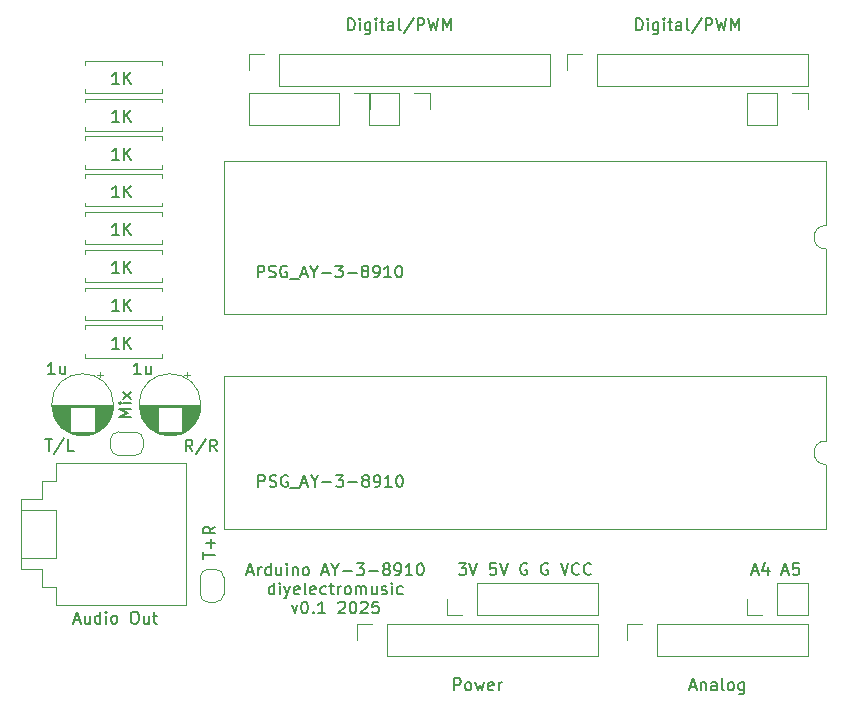
<source format=gbr>
%TF.GenerationSoftware,KiCad,Pcbnew,8.0.7*%
%TF.CreationDate,2025-09-11T19:41:31+01:00*%
%TF.ProjectId,ArduinoAY38910,41726475-696e-46f4-9159-33383931302e,rev?*%
%TF.SameCoordinates,Original*%
%TF.FileFunction,Legend,Top*%
%TF.FilePolarity,Positive*%
%FSLAX46Y46*%
G04 Gerber Fmt 4.6, Leading zero omitted, Abs format (unit mm)*
G04 Created by KiCad (PCBNEW 8.0.7) date 2025-09-11 19:41:31*
%MOMM*%
%LPD*%
G01*
G04 APERTURE LIST*
%ADD10C,0.150000*%
%ADD11C,0.120000*%
G04 APERTURE END LIST*
D10*
X100235714Y-80454819D02*
X100807142Y-80454819D01*
X100521428Y-81454819D02*
X100521428Y-80454819D01*
X101854761Y-80407200D02*
X100997619Y-81692914D01*
X102664285Y-81454819D02*
X102188095Y-81454819D01*
X102188095Y-81454819D02*
X102188095Y-80454819D01*
X160100000Y-91669104D02*
X160576190Y-91669104D01*
X160004762Y-91954819D02*
X160338095Y-90954819D01*
X160338095Y-90954819D02*
X160671428Y-91954819D01*
X161433333Y-91288152D02*
X161433333Y-91954819D01*
X161195238Y-90907200D02*
X160957143Y-91621485D01*
X160957143Y-91621485D02*
X161576190Y-91621485D01*
X162671429Y-91669104D02*
X163147619Y-91669104D01*
X162576191Y-91954819D02*
X162909524Y-90954819D01*
X162909524Y-90954819D02*
X163242857Y-91954819D01*
X164052381Y-90954819D02*
X163576191Y-90954819D01*
X163576191Y-90954819D02*
X163528572Y-91431009D01*
X163528572Y-91431009D02*
X163576191Y-91383390D01*
X163576191Y-91383390D02*
X163671429Y-91335771D01*
X163671429Y-91335771D02*
X163909524Y-91335771D01*
X163909524Y-91335771D02*
X164004762Y-91383390D01*
X164004762Y-91383390D02*
X164052381Y-91431009D01*
X164052381Y-91431009D02*
X164100000Y-91526247D01*
X164100000Y-91526247D02*
X164100000Y-91764342D01*
X164100000Y-91764342D02*
X164052381Y-91859580D01*
X164052381Y-91859580D02*
X164004762Y-91907200D01*
X164004762Y-91907200D02*
X163909524Y-91954819D01*
X163909524Y-91954819D02*
X163671429Y-91954819D01*
X163671429Y-91954819D02*
X163576191Y-91907200D01*
X163576191Y-91907200D02*
X163528572Y-91859580D01*
X117372619Y-91709160D02*
X117848809Y-91709160D01*
X117277381Y-91994875D02*
X117610714Y-90994875D01*
X117610714Y-90994875D02*
X117944047Y-91994875D01*
X118277381Y-91994875D02*
X118277381Y-91328208D01*
X118277381Y-91518684D02*
X118325000Y-91423446D01*
X118325000Y-91423446D02*
X118372619Y-91375827D01*
X118372619Y-91375827D02*
X118467857Y-91328208D01*
X118467857Y-91328208D02*
X118563095Y-91328208D01*
X119325000Y-91994875D02*
X119325000Y-90994875D01*
X119325000Y-91947256D02*
X119229762Y-91994875D01*
X119229762Y-91994875D02*
X119039286Y-91994875D01*
X119039286Y-91994875D02*
X118944048Y-91947256D01*
X118944048Y-91947256D02*
X118896429Y-91899636D01*
X118896429Y-91899636D02*
X118848810Y-91804398D01*
X118848810Y-91804398D02*
X118848810Y-91518684D01*
X118848810Y-91518684D02*
X118896429Y-91423446D01*
X118896429Y-91423446D02*
X118944048Y-91375827D01*
X118944048Y-91375827D02*
X119039286Y-91328208D01*
X119039286Y-91328208D02*
X119229762Y-91328208D01*
X119229762Y-91328208D02*
X119325000Y-91375827D01*
X120229762Y-91328208D02*
X120229762Y-91994875D01*
X119801191Y-91328208D02*
X119801191Y-91852017D01*
X119801191Y-91852017D02*
X119848810Y-91947256D01*
X119848810Y-91947256D02*
X119944048Y-91994875D01*
X119944048Y-91994875D02*
X120086905Y-91994875D01*
X120086905Y-91994875D02*
X120182143Y-91947256D01*
X120182143Y-91947256D02*
X120229762Y-91899636D01*
X120705953Y-91994875D02*
X120705953Y-91328208D01*
X120705953Y-90994875D02*
X120658334Y-91042494D01*
X120658334Y-91042494D02*
X120705953Y-91090113D01*
X120705953Y-91090113D02*
X120753572Y-91042494D01*
X120753572Y-91042494D02*
X120705953Y-90994875D01*
X120705953Y-90994875D02*
X120705953Y-91090113D01*
X121182143Y-91328208D02*
X121182143Y-91994875D01*
X121182143Y-91423446D02*
X121229762Y-91375827D01*
X121229762Y-91375827D02*
X121325000Y-91328208D01*
X121325000Y-91328208D02*
X121467857Y-91328208D01*
X121467857Y-91328208D02*
X121563095Y-91375827D01*
X121563095Y-91375827D02*
X121610714Y-91471065D01*
X121610714Y-91471065D02*
X121610714Y-91994875D01*
X122229762Y-91994875D02*
X122134524Y-91947256D01*
X122134524Y-91947256D02*
X122086905Y-91899636D01*
X122086905Y-91899636D02*
X122039286Y-91804398D01*
X122039286Y-91804398D02*
X122039286Y-91518684D01*
X122039286Y-91518684D02*
X122086905Y-91423446D01*
X122086905Y-91423446D02*
X122134524Y-91375827D01*
X122134524Y-91375827D02*
X122229762Y-91328208D01*
X122229762Y-91328208D02*
X122372619Y-91328208D01*
X122372619Y-91328208D02*
X122467857Y-91375827D01*
X122467857Y-91375827D02*
X122515476Y-91423446D01*
X122515476Y-91423446D02*
X122563095Y-91518684D01*
X122563095Y-91518684D02*
X122563095Y-91804398D01*
X122563095Y-91804398D02*
X122515476Y-91899636D01*
X122515476Y-91899636D02*
X122467857Y-91947256D01*
X122467857Y-91947256D02*
X122372619Y-91994875D01*
X122372619Y-91994875D02*
X122229762Y-91994875D01*
X123705953Y-91709160D02*
X124182143Y-91709160D01*
X123610715Y-91994875D02*
X123944048Y-90994875D01*
X123944048Y-90994875D02*
X124277381Y-91994875D01*
X124801191Y-91518684D02*
X124801191Y-91994875D01*
X124467858Y-90994875D02*
X124801191Y-91518684D01*
X124801191Y-91518684D02*
X125134524Y-90994875D01*
X125467858Y-91613922D02*
X126229763Y-91613922D01*
X126610715Y-90994875D02*
X127229762Y-90994875D01*
X127229762Y-90994875D02*
X126896429Y-91375827D01*
X126896429Y-91375827D02*
X127039286Y-91375827D01*
X127039286Y-91375827D02*
X127134524Y-91423446D01*
X127134524Y-91423446D02*
X127182143Y-91471065D01*
X127182143Y-91471065D02*
X127229762Y-91566303D01*
X127229762Y-91566303D02*
X127229762Y-91804398D01*
X127229762Y-91804398D02*
X127182143Y-91899636D01*
X127182143Y-91899636D02*
X127134524Y-91947256D01*
X127134524Y-91947256D02*
X127039286Y-91994875D01*
X127039286Y-91994875D02*
X126753572Y-91994875D01*
X126753572Y-91994875D02*
X126658334Y-91947256D01*
X126658334Y-91947256D02*
X126610715Y-91899636D01*
X127658334Y-91613922D02*
X128420239Y-91613922D01*
X129039286Y-91423446D02*
X128944048Y-91375827D01*
X128944048Y-91375827D02*
X128896429Y-91328208D01*
X128896429Y-91328208D02*
X128848810Y-91232970D01*
X128848810Y-91232970D02*
X128848810Y-91185351D01*
X128848810Y-91185351D02*
X128896429Y-91090113D01*
X128896429Y-91090113D02*
X128944048Y-91042494D01*
X128944048Y-91042494D02*
X129039286Y-90994875D01*
X129039286Y-90994875D02*
X129229762Y-90994875D01*
X129229762Y-90994875D02*
X129325000Y-91042494D01*
X129325000Y-91042494D02*
X129372619Y-91090113D01*
X129372619Y-91090113D02*
X129420238Y-91185351D01*
X129420238Y-91185351D02*
X129420238Y-91232970D01*
X129420238Y-91232970D02*
X129372619Y-91328208D01*
X129372619Y-91328208D02*
X129325000Y-91375827D01*
X129325000Y-91375827D02*
X129229762Y-91423446D01*
X129229762Y-91423446D02*
X129039286Y-91423446D01*
X129039286Y-91423446D02*
X128944048Y-91471065D01*
X128944048Y-91471065D02*
X128896429Y-91518684D01*
X128896429Y-91518684D02*
X128848810Y-91613922D01*
X128848810Y-91613922D02*
X128848810Y-91804398D01*
X128848810Y-91804398D02*
X128896429Y-91899636D01*
X128896429Y-91899636D02*
X128944048Y-91947256D01*
X128944048Y-91947256D02*
X129039286Y-91994875D01*
X129039286Y-91994875D02*
X129229762Y-91994875D01*
X129229762Y-91994875D02*
X129325000Y-91947256D01*
X129325000Y-91947256D02*
X129372619Y-91899636D01*
X129372619Y-91899636D02*
X129420238Y-91804398D01*
X129420238Y-91804398D02*
X129420238Y-91613922D01*
X129420238Y-91613922D02*
X129372619Y-91518684D01*
X129372619Y-91518684D02*
X129325000Y-91471065D01*
X129325000Y-91471065D02*
X129229762Y-91423446D01*
X129896429Y-91994875D02*
X130086905Y-91994875D01*
X130086905Y-91994875D02*
X130182143Y-91947256D01*
X130182143Y-91947256D02*
X130229762Y-91899636D01*
X130229762Y-91899636D02*
X130325000Y-91756779D01*
X130325000Y-91756779D02*
X130372619Y-91566303D01*
X130372619Y-91566303D02*
X130372619Y-91185351D01*
X130372619Y-91185351D02*
X130325000Y-91090113D01*
X130325000Y-91090113D02*
X130277381Y-91042494D01*
X130277381Y-91042494D02*
X130182143Y-90994875D01*
X130182143Y-90994875D02*
X129991667Y-90994875D01*
X129991667Y-90994875D02*
X129896429Y-91042494D01*
X129896429Y-91042494D02*
X129848810Y-91090113D01*
X129848810Y-91090113D02*
X129801191Y-91185351D01*
X129801191Y-91185351D02*
X129801191Y-91423446D01*
X129801191Y-91423446D02*
X129848810Y-91518684D01*
X129848810Y-91518684D02*
X129896429Y-91566303D01*
X129896429Y-91566303D02*
X129991667Y-91613922D01*
X129991667Y-91613922D02*
X130182143Y-91613922D01*
X130182143Y-91613922D02*
X130277381Y-91566303D01*
X130277381Y-91566303D02*
X130325000Y-91518684D01*
X130325000Y-91518684D02*
X130372619Y-91423446D01*
X131325000Y-91994875D02*
X130753572Y-91994875D01*
X131039286Y-91994875D02*
X131039286Y-90994875D01*
X131039286Y-90994875D02*
X130944048Y-91137732D01*
X130944048Y-91137732D02*
X130848810Y-91232970D01*
X130848810Y-91232970D02*
X130753572Y-91280589D01*
X131944048Y-90994875D02*
X132039286Y-90994875D01*
X132039286Y-90994875D02*
X132134524Y-91042494D01*
X132134524Y-91042494D02*
X132182143Y-91090113D01*
X132182143Y-91090113D02*
X132229762Y-91185351D01*
X132229762Y-91185351D02*
X132277381Y-91375827D01*
X132277381Y-91375827D02*
X132277381Y-91613922D01*
X132277381Y-91613922D02*
X132229762Y-91804398D01*
X132229762Y-91804398D02*
X132182143Y-91899636D01*
X132182143Y-91899636D02*
X132134524Y-91947256D01*
X132134524Y-91947256D02*
X132039286Y-91994875D01*
X132039286Y-91994875D02*
X131944048Y-91994875D01*
X131944048Y-91994875D02*
X131848810Y-91947256D01*
X131848810Y-91947256D02*
X131801191Y-91899636D01*
X131801191Y-91899636D02*
X131753572Y-91804398D01*
X131753572Y-91804398D02*
X131705953Y-91613922D01*
X131705953Y-91613922D02*
X131705953Y-91375827D01*
X131705953Y-91375827D02*
X131753572Y-91185351D01*
X131753572Y-91185351D02*
X131801191Y-91090113D01*
X131801191Y-91090113D02*
X131848810Y-91042494D01*
X131848810Y-91042494D02*
X131944048Y-90994875D01*
X119634523Y-93604819D02*
X119634523Y-92604819D01*
X119634523Y-93557200D02*
X119539285Y-93604819D01*
X119539285Y-93604819D02*
X119348809Y-93604819D01*
X119348809Y-93604819D02*
X119253571Y-93557200D01*
X119253571Y-93557200D02*
X119205952Y-93509580D01*
X119205952Y-93509580D02*
X119158333Y-93414342D01*
X119158333Y-93414342D02*
X119158333Y-93128628D01*
X119158333Y-93128628D02*
X119205952Y-93033390D01*
X119205952Y-93033390D02*
X119253571Y-92985771D01*
X119253571Y-92985771D02*
X119348809Y-92938152D01*
X119348809Y-92938152D02*
X119539285Y-92938152D01*
X119539285Y-92938152D02*
X119634523Y-92985771D01*
X120110714Y-93604819D02*
X120110714Y-92938152D01*
X120110714Y-92604819D02*
X120063095Y-92652438D01*
X120063095Y-92652438D02*
X120110714Y-92700057D01*
X120110714Y-92700057D02*
X120158333Y-92652438D01*
X120158333Y-92652438D02*
X120110714Y-92604819D01*
X120110714Y-92604819D02*
X120110714Y-92700057D01*
X120491666Y-92938152D02*
X120729761Y-93604819D01*
X120967856Y-92938152D02*
X120729761Y-93604819D01*
X120729761Y-93604819D02*
X120634523Y-93842914D01*
X120634523Y-93842914D02*
X120586904Y-93890533D01*
X120586904Y-93890533D02*
X120491666Y-93938152D01*
X121729761Y-93557200D02*
X121634523Y-93604819D01*
X121634523Y-93604819D02*
X121444047Y-93604819D01*
X121444047Y-93604819D02*
X121348809Y-93557200D01*
X121348809Y-93557200D02*
X121301190Y-93461961D01*
X121301190Y-93461961D02*
X121301190Y-93081009D01*
X121301190Y-93081009D02*
X121348809Y-92985771D01*
X121348809Y-92985771D02*
X121444047Y-92938152D01*
X121444047Y-92938152D02*
X121634523Y-92938152D01*
X121634523Y-92938152D02*
X121729761Y-92985771D01*
X121729761Y-92985771D02*
X121777380Y-93081009D01*
X121777380Y-93081009D02*
X121777380Y-93176247D01*
X121777380Y-93176247D02*
X121301190Y-93271485D01*
X122348809Y-93604819D02*
X122253571Y-93557200D01*
X122253571Y-93557200D02*
X122205952Y-93461961D01*
X122205952Y-93461961D02*
X122205952Y-92604819D01*
X123110714Y-93557200D02*
X123015476Y-93604819D01*
X123015476Y-93604819D02*
X122825000Y-93604819D01*
X122825000Y-93604819D02*
X122729762Y-93557200D01*
X122729762Y-93557200D02*
X122682143Y-93461961D01*
X122682143Y-93461961D02*
X122682143Y-93081009D01*
X122682143Y-93081009D02*
X122729762Y-92985771D01*
X122729762Y-92985771D02*
X122825000Y-92938152D01*
X122825000Y-92938152D02*
X123015476Y-92938152D01*
X123015476Y-92938152D02*
X123110714Y-92985771D01*
X123110714Y-92985771D02*
X123158333Y-93081009D01*
X123158333Y-93081009D02*
X123158333Y-93176247D01*
X123158333Y-93176247D02*
X122682143Y-93271485D01*
X124015476Y-93557200D02*
X123920238Y-93604819D01*
X123920238Y-93604819D02*
X123729762Y-93604819D01*
X123729762Y-93604819D02*
X123634524Y-93557200D01*
X123634524Y-93557200D02*
X123586905Y-93509580D01*
X123586905Y-93509580D02*
X123539286Y-93414342D01*
X123539286Y-93414342D02*
X123539286Y-93128628D01*
X123539286Y-93128628D02*
X123586905Y-93033390D01*
X123586905Y-93033390D02*
X123634524Y-92985771D01*
X123634524Y-92985771D02*
X123729762Y-92938152D01*
X123729762Y-92938152D02*
X123920238Y-92938152D01*
X123920238Y-92938152D02*
X124015476Y-92985771D01*
X124301191Y-92938152D02*
X124682143Y-92938152D01*
X124444048Y-92604819D02*
X124444048Y-93461961D01*
X124444048Y-93461961D02*
X124491667Y-93557200D01*
X124491667Y-93557200D02*
X124586905Y-93604819D01*
X124586905Y-93604819D02*
X124682143Y-93604819D01*
X125015477Y-93604819D02*
X125015477Y-92938152D01*
X125015477Y-93128628D02*
X125063096Y-93033390D01*
X125063096Y-93033390D02*
X125110715Y-92985771D01*
X125110715Y-92985771D02*
X125205953Y-92938152D01*
X125205953Y-92938152D02*
X125301191Y-92938152D01*
X125777382Y-93604819D02*
X125682144Y-93557200D01*
X125682144Y-93557200D02*
X125634525Y-93509580D01*
X125634525Y-93509580D02*
X125586906Y-93414342D01*
X125586906Y-93414342D02*
X125586906Y-93128628D01*
X125586906Y-93128628D02*
X125634525Y-93033390D01*
X125634525Y-93033390D02*
X125682144Y-92985771D01*
X125682144Y-92985771D02*
X125777382Y-92938152D01*
X125777382Y-92938152D02*
X125920239Y-92938152D01*
X125920239Y-92938152D02*
X126015477Y-92985771D01*
X126015477Y-92985771D02*
X126063096Y-93033390D01*
X126063096Y-93033390D02*
X126110715Y-93128628D01*
X126110715Y-93128628D02*
X126110715Y-93414342D01*
X126110715Y-93414342D02*
X126063096Y-93509580D01*
X126063096Y-93509580D02*
X126015477Y-93557200D01*
X126015477Y-93557200D02*
X125920239Y-93604819D01*
X125920239Y-93604819D02*
X125777382Y-93604819D01*
X126539287Y-93604819D02*
X126539287Y-92938152D01*
X126539287Y-93033390D02*
X126586906Y-92985771D01*
X126586906Y-92985771D02*
X126682144Y-92938152D01*
X126682144Y-92938152D02*
X126825001Y-92938152D01*
X126825001Y-92938152D02*
X126920239Y-92985771D01*
X126920239Y-92985771D02*
X126967858Y-93081009D01*
X126967858Y-93081009D02*
X126967858Y-93604819D01*
X126967858Y-93081009D02*
X127015477Y-92985771D01*
X127015477Y-92985771D02*
X127110715Y-92938152D01*
X127110715Y-92938152D02*
X127253572Y-92938152D01*
X127253572Y-92938152D02*
X127348811Y-92985771D01*
X127348811Y-92985771D02*
X127396430Y-93081009D01*
X127396430Y-93081009D02*
X127396430Y-93604819D01*
X128301191Y-92938152D02*
X128301191Y-93604819D01*
X127872620Y-92938152D02*
X127872620Y-93461961D01*
X127872620Y-93461961D02*
X127920239Y-93557200D01*
X127920239Y-93557200D02*
X128015477Y-93604819D01*
X128015477Y-93604819D02*
X128158334Y-93604819D01*
X128158334Y-93604819D02*
X128253572Y-93557200D01*
X128253572Y-93557200D02*
X128301191Y-93509580D01*
X128729763Y-93557200D02*
X128825001Y-93604819D01*
X128825001Y-93604819D02*
X129015477Y-93604819D01*
X129015477Y-93604819D02*
X129110715Y-93557200D01*
X129110715Y-93557200D02*
X129158334Y-93461961D01*
X129158334Y-93461961D02*
X129158334Y-93414342D01*
X129158334Y-93414342D02*
X129110715Y-93319104D01*
X129110715Y-93319104D02*
X129015477Y-93271485D01*
X129015477Y-93271485D02*
X128872620Y-93271485D01*
X128872620Y-93271485D02*
X128777382Y-93223866D01*
X128777382Y-93223866D02*
X128729763Y-93128628D01*
X128729763Y-93128628D02*
X128729763Y-93081009D01*
X128729763Y-93081009D02*
X128777382Y-92985771D01*
X128777382Y-92985771D02*
X128872620Y-92938152D01*
X128872620Y-92938152D02*
X129015477Y-92938152D01*
X129015477Y-92938152D02*
X129110715Y-92985771D01*
X129586906Y-93604819D02*
X129586906Y-92938152D01*
X129586906Y-92604819D02*
X129539287Y-92652438D01*
X129539287Y-92652438D02*
X129586906Y-92700057D01*
X129586906Y-92700057D02*
X129634525Y-92652438D01*
X129634525Y-92652438D02*
X129586906Y-92604819D01*
X129586906Y-92604819D02*
X129586906Y-92700057D01*
X130491667Y-93557200D02*
X130396429Y-93604819D01*
X130396429Y-93604819D02*
X130205953Y-93604819D01*
X130205953Y-93604819D02*
X130110715Y-93557200D01*
X130110715Y-93557200D02*
X130063096Y-93509580D01*
X130063096Y-93509580D02*
X130015477Y-93414342D01*
X130015477Y-93414342D02*
X130015477Y-93128628D01*
X130015477Y-93128628D02*
X130063096Y-93033390D01*
X130063096Y-93033390D02*
X130110715Y-92985771D01*
X130110715Y-92985771D02*
X130205953Y-92938152D01*
X130205953Y-92938152D02*
X130396429Y-92938152D01*
X130396429Y-92938152D02*
X130491667Y-92985771D01*
X121110714Y-94548096D02*
X121348809Y-95214763D01*
X121348809Y-95214763D02*
X121586904Y-94548096D01*
X122158333Y-94214763D02*
X122253571Y-94214763D01*
X122253571Y-94214763D02*
X122348809Y-94262382D01*
X122348809Y-94262382D02*
X122396428Y-94310001D01*
X122396428Y-94310001D02*
X122444047Y-94405239D01*
X122444047Y-94405239D02*
X122491666Y-94595715D01*
X122491666Y-94595715D02*
X122491666Y-94833810D01*
X122491666Y-94833810D02*
X122444047Y-95024286D01*
X122444047Y-95024286D02*
X122396428Y-95119524D01*
X122396428Y-95119524D02*
X122348809Y-95167144D01*
X122348809Y-95167144D02*
X122253571Y-95214763D01*
X122253571Y-95214763D02*
X122158333Y-95214763D01*
X122158333Y-95214763D02*
X122063095Y-95167144D01*
X122063095Y-95167144D02*
X122015476Y-95119524D01*
X122015476Y-95119524D02*
X121967857Y-95024286D01*
X121967857Y-95024286D02*
X121920238Y-94833810D01*
X121920238Y-94833810D02*
X121920238Y-94595715D01*
X121920238Y-94595715D02*
X121967857Y-94405239D01*
X121967857Y-94405239D02*
X122015476Y-94310001D01*
X122015476Y-94310001D02*
X122063095Y-94262382D01*
X122063095Y-94262382D02*
X122158333Y-94214763D01*
X122920238Y-95119524D02*
X122967857Y-95167144D01*
X122967857Y-95167144D02*
X122920238Y-95214763D01*
X122920238Y-95214763D02*
X122872619Y-95167144D01*
X122872619Y-95167144D02*
X122920238Y-95119524D01*
X122920238Y-95119524D02*
X122920238Y-95214763D01*
X123920237Y-95214763D02*
X123348809Y-95214763D01*
X123634523Y-95214763D02*
X123634523Y-94214763D01*
X123634523Y-94214763D02*
X123539285Y-94357620D01*
X123539285Y-94357620D02*
X123444047Y-94452858D01*
X123444047Y-94452858D02*
X123348809Y-94500477D01*
X125063095Y-94310001D02*
X125110714Y-94262382D01*
X125110714Y-94262382D02*
X125205952Y-94214763D01*
X125205952Y-94214763D02*
X125444047Y-94214763D01*
X125444047Y-94214763D02*
X125539285Y-94262382D01*
X125539285Y-94262382D02*
X125586904Y-94310001D01*
X125586904Y-94310001D02*
X125634523Y-94405239D01*
X125634523Y-94405239D02*
X125634523Y-94500477D01*
X125634523Y-94500477D02*
X125586904Y-94643334D01*
X125586904Y-94643334D02*
X125015476Y-95214763D01*
X125015476Y-95214763D02*
X125634523Y-95214763D01*
X126253571Y-94214763D02*
X126348809Y-94214763D01*
X126348809Y-94214763D02*
X126444047Y-94262382D01*
X126444047Y-94262382D02*
X126491666Y-94310001D01*
X126491666Y-94310001D02*
X126539285Y-94405239D01*
X126539285Y-94405239D02*
X126586904Y-94595715D01*
X126586904Y-94595715D02*
X126586904Y-94833810D01*
X126586904Y-94833810D02*
X126539285Y-95024286D01*
X126539285Y-95024286D02*
X126491666Y-95119524D01*
X126491666Y-95119524D02*
X126444047Y-95167144D01*
X126444047Y-95167144D02*
X126348809Y-95214763D01*
X126348809Y-95214763D02*
X126253571Y-95214763D01*
X126253571Y-95214763D02*
X126158333Y-95167144D01*
X126158333Y-95167144D02*
X126110714Y-95119524D01*
X126110714Y-95119524D02*
X126063095Y-95024286D01*
X126063095Y-95024286D02*
X126015476Y-94833810D01*
X126015476Y-94833810D02*
X126015476Y-94595715D01*
X126015476Y-94595715D02*
X126063095Y-94405239D01*
X126063095Y-94405239D02*
X126110714Y-94310001D01*
X126110714Y-94310001D02*
X126158333Y-94262382D01*
X126158333Y-94262382D02*
X126253571Y-94214763D01*
X126967857Y-94310001D02*
X127015476Y-94262382D01*
X127015476Y-94262382D02*
X127110714Y-94214763D01*
X127110714Y-94214763D02*
X127348809Y-94214763D01*
X127348809Y-94214763D02*
X127444047Y-94262382D01*
X127444047Y-94262382D02*
X127491666Y-94310001D01*
X127491666Y-94310001D02*
X127539285Y-94405239D01*
X127539285Y-94405239D02*
X127539285Y-94500477D01*
X127539285Y-94500477D02*
X127491666Y-94643334D01*
X127491666Y-94643334D02*
X126920238Y-95214763D01*
X126920238Y-95214763D02*
X127539285Y-95214763D01*
X128444047Y-94214763D02*
X127967857Y-94214763D01*
X127967857Y-94214763D02*
X127920238Y-94690953D01*
X127920238Y-94690953D02*
X127967857Y-94643334D01*
X127967857Y-94643334D02*
X128063095Y-94595715D01*
X128063095Y-94595715D02*
X128301190Y-94595715D01*
X128301190Y-94595715D02*
X128396428Y-94643334D01*
X128396428Y-94643334D02*
X128444047Y-94690953D01*
X128444047Y-94690953D02*
X128491666Y-94786191D01*
X128491666Y-94786191D02*
X128491666Y-95024286D01*
X128491666Y-95024286D02*
X128444047Y-95119524D01*
X128444047Y-95119524D02*
X128396428Y-95167144D01*
X128396428Y-95167144D02*
X128301190Y-95214763D01*
X128301190Y-95214763D02*
X128063095Y-95214763D01*
X128063095Y-95214763D02*
X127967857Y-95167144D01*
X127967857Y-95167144D02*
X127920238Y-95119524D01*
X112710714Y-81504819D02*
X112377381Y-81028628D01*
X112139286Y-81504819D02*
X112139286Y-80504819D01*
X112139286Y-80504819D02*
X112520238Y-80504819D01*
X112520238Y-80504819D02*
X112615476Y-80552438D01*
X112615476Y-80552438D02*
X112663095Y-80600057D01*
X112663095Y-80600057D02*
X112710714Y-80695295D01*
X112710714Y-80695295D02*
X112710714Y-80838152D01*
X112710714Y-80838152D02*
X112663095Y-80933390D01*
X112663095Y-80933390D02*
X112615476Y-80981009D01*
X112615476Y-80981009D02*
X112520238Y-81028628D01*
X112520238Y-81028628D02*
X112139286Y-81028628D01*
X113853571Y-80457200D02*
X112996429Y-81742914D01*
X114758333Y-81504819D02*
X114425000Y-81028628D01*
X114186905Y-81504819D02*
X114186905Y-80504819D01*
X114186905Y-80504819D02*
X114567857Y-80504819D01*
X114567857Y-80504819D02*
X114663095Y-80552438D01*
X114663095Y-80552438D02*
X114710714Y-80600057D01*
X114710714Y-80600057D02*
X114758333Y-80695295D01*
X114758333Y-80695295D02*
X114758333Y-80838152D01*
X114758333Y-80838152D02*
X114710714Y-80933390D01*
X114710714Y-80933390D02*
X114663095Y-80981009D01*
X114663095Y-80981009D02*
X114567857Y-81028628D01*
X114567857Y-81028628D02*
X114186905Y-81028628D01*
X135255952Y-90954819D02*
X135874999Y-90954819D01*
X135874999Y-90954819D02*
X135541666Y-91335771D01*
X135541666Y-91335771D02*
X135684523Y-91335771D01*
X135684523Y-91335771D02*
X135779761Y-91383390D01*
X135779761Y-91383390D02*
X135827380Y-91431009D01*
X135827380Y-91431009D02*
X135874999Y-91526247D01*
X135874999Y-91526247D02*
X135874999Y-91764342D01*
X135874999Y-91764342D02*
X135827380Y-91859580D01*
X135827380Y-91859580D02*
X135779761Y-91907200D01*
X135779761Y-91907200D02*
X135684523Y-91954819D01*
X135684523Y-91954819D02*
X135398809Y-91954819D01*
X135398809Y-91954819D02*
X135303571Y-91907200D01*
X135303571Y-91907200D02*
X135255952Y-91859580D01*
X136160714Y-90954819D02*
X136494047Y-91954819D01*
X136494047Y-91954819D02*
X136827380Y-90954819D01*
X138398809Y-90954819D02*
X137922619Y-90954819D01*
X137922619Y-90954819D02*
X137875000Y-91431009D01*
X137875000Y-91431009D02*
X137922619Y-91383390D01*
X137922619Y-91383390D02*
X138017857Y-91335771D01*
X138017857Y-91335771D02*
X138255952Y-91335771D01*
X138255952Y-91335771D02*
X138351190Y-91383390D01*
X138351190Y-91383390D02*
X138398809Y-91431009D01*
X138398809Y-91431009D02*
X138446428Y-91526247D01*
X138446428Y-91526247D02*
X138446428Y-91764342D01*
X138446428Y-91764342D02*
X138398809Y-91859580D01*
X138398809Y-91859580D02*
X138351190Y-91907200D01*
X138351190Y-91907200D02*
X138255952Y-91954819D01*
X138255952Y-91954819D02*
X138017857Y-91954819D01*
X138017857Y-91954819D02*
X137922619Y-91907200D01*
X137922619Y-91907200D02*
X137875000Y-91859580D01*
X138732143Y-90954819D02*
X139065476Y-91954819D01*
X139065476Y-91954819D02*
X139398809Y-90954819D01*
X141017857Y-91002438D02*
X140922619Y-90954819D01*
X140922619Y-90954819D02*
X140779762Y-90954819D01*
X140779762Y-90954819D02*
X140636905Y-91002438D01*
X140636905Y-91002438D02*
X140541667Y-91097676D01*
X140541667Y-91097676D02*
X140494048Y-91192914D01*
X140494048Y-91192914D02*
X140446429Y-91383390D01*
X140446429Y-91383390D02*
X140446429Y-91526247D01*
X140446429Y-91526247D02*
X140494048Y-91716723D01*
X140494048Y-91716723D02*
X140541667Y-91811961D01*
X140541667Y-91811961D02*
X140636905Y-91907200D01*
X140636905Y-91907200D02*
X140779762Y-91954819D01*
X140779762Y-91954819D02*
X140875000Y-91954819D01*
X140875000Y-91954819D02*
X141017857Y-91907200D01*
X141017857Y-91907200D02*
X141065476Y-91859580D01*
X141065476Y-91859580D02*
X141065476Y-91526247D01*
X141065476Y-91526247D02*
X140875000Y-91526247D01*
X142779762Y-91002438D02*
X142684524Y-90954819D01*
X142684524Y-90954819D02*
X142541667Y-90954819D01*
X142541667Y-90954819D02*
X142398810Y-91002438D01*
X142398810Y-91002438D02*
X142303572Y-91097676D01*
X142303572Y-91097676D02*
X142255953Y-91192914D01*
X142255953Y-91192914D02*
X142208334Y-91383390D01*
X142208334Y-91383390D02*
X142208334Y-91526247D01*
X142208334Y-91526247D02*
X142255953Y-91716723D01*
X142255953Y-91716723D02*
X142303572Y-91811961D01*
X142303572Y-91811961D02*
X142398810Y-91907200D01*
X142398810Y-91907200D02*
X142541667Y-91954819D01*
X142541667Y-91954819D02*
X142636905Y-91954819D01*
X142636905Y-91954819D02*
X142779762Y-91907200D01*
X142779762Y-91907200D02*
X142827381Y-91859580D01*
X142827381Y-91859580D02*
X142827381Y-91526247D01*
X142827381Y-91526247D02*
X142636905Y-91526247D01*
X143875001Y-90954819D02*
X144208334Y-91954819D01*
X144208334Y-91954819D02*
X144541667Y-90954819D01*
X145446429Y-91859580D02*
X145398810Y-91907200D01*
X145398810Y-91907200D02*
X145255953Y-91954819D01*
X145255953Y-91954819D02*
X145160715Y-91954819D01*
X145160715Y-91954819D02*
X145017858Y-91907200D01*
X145017858Y-91907200D02*
X144922620Y-91811961D01*
X144922620Y-91811961D02*
X144875001Y-91716723D01*
X144875001Y-91716723D02*
X144827382Y-91526247D01*
X144827382Y-91526247D02*
X144827382Y-91383390D01*
X144827382Y-91383390D02*
X144875001Y-91192914D01*
X144875001Y-91192914D02*
X144922620Y-91097676D01*
X144922620Y-91097676D02*
X145017858Y-91002438D01*
X145017858Y-91002438D02*
X145160715Y-90954819D01*
X145160715Y-90954819D02*
X145255953Y-90954819D01*
X145255953Y-90954819D02*
X145398810Y-91002438D01*
X145398810Y-91002438D02*
X145446429Y-91050057D01*
X146446429Y-91859580D02*
X146398810Y-91907200D01*
X146398810Y-91907200D02*
X146255953Y-91954819D01*
X146255953Y-91954819D02*
X146160715Y-91954819D01*
X146160715Y-91954819D02*
X146017858Y-91907200D01*
X146017858Y-91907200D02*
X145922620Y-91811961D01*
X145922620Y-91811961D02*
X145875001Y-91716723D01*
X145875001Y-91716723D02*
X145827382Y-91526247D01*
X145827382Y-91526247D02*
X145827382Y-91383390D01*
X145827382Y-91383390D02*
X145875001Y-91192914D01*
X145875001Y-91192914D02*
X145922620Y-91097676D01*
X145922620Y-91097676D02*
X146017858Y-91002438D01*
X146017858Y-91002438D02*
X146160715Y-90954819D01*
X146160715Y-90954819D02*
X146255953Y-90954819D01*
X146255953Y-90954819D02*
X146398810Y-91002438D01*
X146398810Y-91002438D02*
X146446429Y-91050057D01*
X134853809Y-101724819D02*
X134853809Y-100724819D01*
X134853809Y-100724819D02*
X135234761Y-100724819D01*
X135234761Y-100724819D02*
X135329999Y-100772438D01*
X135329999Y-100772438D02*
X135377618Y-100820057D01*
X135377618Y-100820057D02*
X135425237Y-100915295D01*
X135425237Y-100915295D02*
X135425237Y-101058152D01*
X135425237Y-101058152D02*
X135377618Y-101153390D01*
X135377618Y-101153390D02*
X135329999Y-101201009D01*
X135329999Y-101201009D02*
X135234761Y-101248628D01*
X135234761Y-101248628D02*
X134853809Y-101248628D01*
X135996666Y-101724819D02*
X135901428Y-101677200D01*
X135901428Y-101677200D02*
X135853809Y-101629580D01*
X135853809Y-101629580D02*
X135806190Y-101534342D01*
X135806190Y-101534342D02*
X135806190Y-101248628D01*
X135806190Y-101248628D02*
X135853809Y-101153390D01*
X135853809Y-101153390D02*
X135901428Y-101105771D01*
X135901428Y-101105771D02*
X135996666Y-101058152D01*
X135996666Y-101058152D02*
X136139523Y-101058152D01*
X136139523Y-101058152D02*
X136234761Y-101105771D01*
X136234761Y-101105771D02*
X136282380Y-101153390D01*
X136282380Y-101153390D02*
X136329999Y-101248628D01*
X136329999Y-101248628D02*
X136329999Y-101534342D01*
X136329999Y-101534342D02*
X136282380Y-101629580D01*
X136282380Y-101629580D02*
X136234761Y-101677200D01*
X136234761Y-101677200D02*
X136139523Y-101724819D01*
X136139523Y-101724819D02*
X135996666Y-101724819D01*
X136663333Y-101058152D02*
X136853809Y-101724819D01*
X136853809Y-101724819D02*
X137044285Y-101248628D01*
X137044285Y-101248628D02*
X137234761Y-101724819D01*
X137234761Y-101724819D02*
X137425237Y-101058152D01*
X138187142Y-101677200D02*
X138091904Y-101724819D01*
X138091904Y-101724819D02*
X137901428Y-101724819D01*
X137901428Y-101724819D02*
X137806190Y-101677200D01*
X137806190Y-101677200D02*
X137758571Y-101581961D01*
X137758571Y-101581961D02*
X137758571Y-101201009D01*
X137758571Y-101201009D02*
X137806190Y-101105771D01*
X137806190Y-101105771D02*
X137901428Y-101058152D01*
X137901428Y-101058152D02*
X138091904Y-101058152D01*
X138091904Y-101058152D02*
X138187142Y-101105771D01*
X138187142Y-101105771D02*
X138234761Y-101201009D01*
X138234761Y-101201009D02*
X138234761Y-101296247D01*
X138234761Y-101296247D02*
X137758571Y-101391485D01*
X138663333Y-101724819D02*
X138663333Y-101058152D01*
X138663333Y-101248628D02*
X138710952Y-101153390D01*
X138710952Y-101153390D02*
X138758571Y-101105771D01*
X138758571Y-101105771D02*
X138853809Y-101058152D01*
X138853809Y-101058152D02*
X138949047Y-101058152D01*
X154840476Y-101439104D02*
X155316666Y-101439104D01*
X154745238Y-101724819D02*
X155078571Y-100724819D01*
X155078571Y-100724819D02*
X155411904Y-101724819D01*
X155745238Y-101058152D02*
X155745238Y-101724819D01*
X155745238Y-101153390D02*
X155792857Y-101105771D01*
X155792857Y-101105771D02*
X155888095Y-101058152D01*
X155888095Y-101058152D02*
X156030952Y-101058152D01*
X156030952Y-101058152D02*
X156126190Y-101105771D01*
X156126190Y-101105771D02*
X156173809Y-101201009D01*
X156173809Y-101201009D02*
X156173809Y-101724819D01*
X157078571Y-101724819D02*
X157078571Y-101201009D01*
X157078571Y-101201009D02*
X157030952Y-101105771D01*
X157030952Y-101105771D02*
X156935714Y-101058152D01*
X156935714Y-101058152D02*
X156745238Y-101058152D01*
X156745238Y-101058152D02*
X156650000Y-101105771D01*
X157078571Y-101677200D02*
X156983333Y-101724819D01*
X156983333Y-101724819D02*
X156745238Y-101724819D01*
X156745238Y-101724819D02*
X156650000Y-101677200D01*
X156650000Y-101677200D02*
X156602381Y-101581961D01*
X156602381Y-101581961D02*
X156602381Y-101486723D01*
X156602381Y-101486723D02*
X156650000Y-101391485D01*
X156650000Y-101391485D02*
X156745238Y-101343866D01*
X156745238Y-101343866D02*
X156983333Y-101343866D01*
X156983333Y-101343866D02*
X157078571Y-101296247D01*
X157697619Y-101724819D02*
X157602381Y-101677200D01*
X157602381Y-101677200D02*
X157554762Y-101581961D01*
X157554762Y-101581961D02*
X157554762Y-100724819D01*
X158221429Y-101724819D02*
X158126191Y-101677200D01*
X158126191Y-101677200D02*
X158078572Y-101629580D01*
X158078572Y-101629580D02*
X158030953Y-101534342D01*
X158030953Y-101534342D02*
X158030953Y-101248628D01*
X158030953Y-101248628D02*
X158078572Y-101153390D01*
X158078572Y-101153390D02*
X158126191Y-101105771D01*
X158126191Y-101105771D02*
X158221429Y-101058152D01*
X158221429Y-101058152D02*
X158364286Y-101058152D01*
X158364286Y-101058152D02*
X158459524Y-101105771D01*
X158459524Y-101105771D02*
X158507143Y-101153390D01*
X158507143Y-101153390D02*
X158554762Y-101248628D01*
X158554762Y-101248628D02*
X158554762Y-101534342D01*
X158554762Y-101534342D02*
X158507143Y-101629580D01*
X158507143Y-101629580D02*
X158459524Y-101677200D01*
X158459524Y-101677200D02*
X158364286Y-101724819D01*
X158364286Y-101724819D02*
X158221429Y-101724819D01*
X159411905Y-101058152D02*
X159411905Y-101867676D01*
X159411905Y-101867676D02*
X159364286Y-101962914D01*
X159364286Y-101962914D02*
X159316667Y-102010533D01*
X159316667Y-102010533D02*
X159221429Y-102058152D01*
X159221429Y-102058152D02*
X159078572Y-102058152D01*
X159078572Y-102058152D02*
X158983334Y-102010533D01*
X159411905Y-101677200D02*
X159316667Y-101724819D01*
X159316667Y-101724819D02*
X159126191Y-101724819D01*
X159126191Y-101724819D02*
X159030953Y-101677200D01*
X159030953Y-101677200D02*
X158983334Y-101629580D01*
X158983334Y-101629580D02*
X158935715Y-101534342D01*
X158935715Y-101534342D02*
X158935715Y-101248628D01*
X158935715Y-101248628D02*
X158983334Y-101153390D01*
X158983334Y-101153390D02*
X159030953Y-101105771D01*
X159030953Y-101105771D02*
X159126191Y-101058152D01*
X159126191Y-101058152D02*
X159316667Y-101058152D01*
X159316667Y-101058152D02*
X159411905Y-101105771D01*
X125868857Y-45844819D02*
X125868857Y-44844819D01*
X125868857Y-44844819D02*
X126106952Y-44844819D01*
X126106952Y-44844819D02*
X126249809Y-44892438D01*
X126249809Y-44892438D02*
X126345047Y-44987676D01*
X126345047Y-44987676D02*
X126392666Y-45082914D01*
X126392666Y-45082914D02*
X126440285Y-45273390D01*
X126440285Y-45273390D02*
X126440285Y-45416247D01*
X126440285Y-45416247D02*
X126392666Y-45606723D01*
X126392666Y-45606723D02*
X126345047Y-45701961D01*
X126345047Y-45701961D02*
X126249809Y-45797200D01*
X126249809Y-45797200D02*
X126106952Y-45844819D01*
X126106952Y-45844819D02*
X125868857Y-45844819D01*
X126868857Y-45844819D02*
X126868857Y-45178152D01*
X126868857Y-44844819D02*
X126821238Y-44892438D01*
X126821238Y-44892438D02*
X126868857Y-44940057D01*
X126868857Y-44940057D02*
X126916476Y-44892438D01*
X126916476Y-44892438D02*
X126868857Y-44844819D01*
X126868857Y-44844819D02*
X126868857Y-44940057D01*
X127773618Y-45178152D02*
X127773618Y-45987676D01*
X127773618Y-45987676D02*
X127725999Y-46082914D01*
X127725999Y-46082914D02*
X127678380Y-46130533D01*
X127678380Y-46130533D02*
X127583142Y-46178152D01*
X127583142Y-46178152D02*
X127440285Y-46178152D01*
X127440285Y-46178152D02*
X127345047Y-46130533D01*
X127773618Y-45797200D02*
X127678380Y-45844819D01*
X127678380Y-45844819D02*
X127487904Y-45844819D01*
X127487904Y-45844819D02*
X127392666Y-45797200D01*
X127392666Y-45797200D02*
X127345047Y-45749580D01*
X127345047Y-45749580D02*
X127297428Y-45654342D01*
X127297428Y-45654342D02*
X127297428Y-45368628D01*
X127297428Y-45368628D02*
X127345047Y-45273390D01*
X127345047Y-45273390D02*
X127392666Y-45225771D01*
X127392666Y-45225771D02*
X127487904Y-45178152D01*
X127487904Y-45178152D02*
X127678380Y-45178152D01*
X127678380Y-45178152D02*
X127773618Y-45225771D01*
X128249809Y-45844819D02*
X128249809Y-45178152D01*
X128249809Y-44844819D02*
X128202190Y-44892438D01*
X128202190Y-44892438D02*
X128249809Y-44940057D01*
X128249809Y-44940057D02*
X128297428Y-44892438D01*
X128297428Y-44892438D02*
X128249809Y-44844819D01*
X128249809Y-44844819D02*
X128249809Y-44940057D01*
X128583142Y-45178152D02*
X128964094Y-45178152D01*
X128725999Y-44844819D02*
X128725999Y-45701961D01*
X128725999Y-45701961D02*
X128773618Y-45797200D01*
X128773618Y-45797200D02*
X128868856Y-45844819D01*
X128868856Y-45844819D02*
X128964094Y-45844819D01*
X129725999Y-45844819D02*
X129725999Y-45321009D01*
X129725999Y-45321009D02*
X129678380Y-45225771D01*
X129678380Y-45225771D02*
X129583142Y-45178152D01*
X129583142Y-45178152D02*
X129392666Y-45178152D01*
X129392666Y-45178152D02*
X129297428Y-45225771D01*
X129725999Y-45797200D02*
X129630761Y-45844819D01*
X129630761Y-45844819D02*
X129392666Y-45844819D01*
X129392666Y-45844819D02*
X129297428Y-45797200D01*
X129297428Y-45797200D02*
X129249809Y-45701961D01*
X129249809Y-45701961D02*
X129249809Y-45606723D01*
X129249809Y-45606723D02*
X129297428Y-45511485D01*
X129297428Y-45511485D02*
X129392666Y-45463866D01*
X129392666Y-45463866D02*
X129630761Y-45463866D01*
X129630761Y-45463866D02*
X129725999Y-45416247D01*
X130345047Y-45844819D02*
X130249809Y-45797200D01*
X130249809Y-45797200D02*
X130202190Y-45701961D01*
X130202190Y-45701961D02*
X130202190Y-44844819D01*
X131440285Y-44797200D02*
X130583143Y-46082914D01*
X131773619Y-45844819D02*
X131773619Y-44844819D01*
X131773619Y-44844819D02*
X132154571Y-44844819D01*
X132154571Y-44844819D02*
X132249809Y-44892438D01*
X132249809Y-44892438D02*
X132297428Y-44940057D01*
X132297428Y-44940057D02*
X132345047Y-45035295D01*
X132345047Y-45035295D02*
X132345047Y-45178152D01*
X132345047Y-45178152D02*
X132297428Y-45273390D01*
X132297428Y-45273390D02*
X132249809Y-45321009D01*
X132249809Y-45321009D02*
X132154571Y-45368628D01*
X132154571Y-45368628D02*
X131773619Y-45368628D01*
X132678381Y-44844819D02*
X132916476Y-45844819D01*
X132916476Y-45844819D02*
X133106952Y-45130533D01*
X133106952Y-45130533D02*
X133297428Y-45844819D01*
X133297428Y-45844819D02*
X133535524Y-44844819D01*
X133916476Y-45844819D02*
X133916476Y-44844819D01*
X133916476Y-44844819D02*
X134249809Y-45559104D01*
X134249809Y-45559104D02*
X134583142Y-44844819D01*
X134583142Y-44844819D02*
X134583142Y-45844819D01*
X150252857Y-45844819D02*
X150252857Y-44844819D01*
X150252857Y-44844819D02*
X150490952Y-44844819D01*
X150490952Y-44844819D02*
X150633809Y-44892438D01*
X150633809Y-44892438D02*
X150729047Y-44987676D01*
X150729047Y-44987676D02*
X150776666Y-45082914D01*
X150776666Y-45082914D02*
X150824285Y-45273390D01*
X150824285Y-45273390D02*
X150824285Y-45416247D01*
X150824285Y-45416247D02*
X150776666Y-45606723D01*
X150776666Y-45606723D02*
X150729047Y-45701961D01*
X150729047Y-45701961D02*
X150633809Y-45797200D01*
X150633809Y-45797200D02*
X150490952Y-45844819D01*
X150490952Y-45844819D02*
X150252857Y-45844819D01*
X151252857Y-45844819D02*
X151252857Y-45178152D01*
X151252857Y-44844819D02*
X151205238Y-44892438D01*
X151205238Y-44892438D02*
X151252857Y-44940057D01*
X151252857Y-44940057D02*
X151300476Y-44892438D01*
X151300476Y-44892438D02*
X151252857Y-44844819D01*
X151252857Y-44844819D02*
X151252857Y-44940057D01*
X152157618Y-45178152D02*
X152157618Y-45987676D01*
X152157618Y-45987676D02*
X152109999Y-46082914D01*
X152109999Y-46082914D02*
X152062380Y-46130533D01*
X152062380Y-46130533D02*
X151967142Y-46178152D01*
X151967142Y-46178152D02*
X151824285Y-46178152D01*
X151824285Y-46178152D02*
X151729047Y-46130533D01*
X152157618Y-45797200D02*
X152062380Y-45844819D01*
X152062380Y-45844819D02*
X151871904Y-45844819D01*
X151871904Y-45844819D02*
X151776666Y-45797200D01*
X151776666Y-45797200D02*
X151729047Y-45749580D01*
X151729047Y-45749580D02*
X151681428Y-45654342D01*
X151681428Y-45654342D02*
X151681428Y-45368628D01*
X151681428Y-45368628D02*
X151729047Y-45273390D01*
X151729047Y-45273390D02*
X151776666Y-45225771D01*
X151776666Y-45225771D02*
X151871904Y-45178152D01*
X151871904Y-45178152D02*
X152062380Y-45178152D01*
X152062380Y-45178152D02*
X152157618Y-45225771D01*
X152633809Y-45844819D02*
X152633809Y-45178152D01*
X152633809Y-44844819D02*
X152586190Y-44892438D01*
X152586190Y-44892438D02*
X152633809Y-44940057D01*
X152633809Y-44940057D02*
X152681428Y-44892438D01*
X152681428Y-44892438D02*
X152633809Y-44844819D01*
X152633809Y-44844819D02*
X152633809Y-44940057D01*
X152967142Y-45178152D02*
X153348094Y-45178152D01*
X153109999Y-44844819D02*
X153109999Y-45701961D01*
X153109999Y-45701961D02*
X153157618Y-45797200D01*
X153157618Y-45797200D02*
X153252856Y-45844819D01*
X153252856Y-45844819D02*
X153348094Y-45844819D01*
X154109999Y-45844819D02*
X154109999Y-45321009D01*
X154109999Y-45321009D02*
X154062380Y-45225771D01*
X154062380Y-45225771D02*
X153967142Y-45178152D01*
X153967142Y-45178152D02*
X153776666Y-45178152D01*
X153776666Y-45178152D02*
X153681428Y-45225771D01*
X154109999Y-45797200D02*
X154014761Y-45844819D01*
X154014761Y-45844819D02*
X153776666Y-45844819D01*
X153776666Y-45844819D02*
X153681428Y-45797200D01*
X153681428Y-45797200D02*
X153633809Y-45701961D01*
X153633809Y-45701961D02*
X153633809Y-45606723D01*
X153633809Y-45606723D02*
X153681428Y-45511485D01*
X153681428Y-45511485D02*
X153776666Y-45463866D01*
X153776666Y-45463866D02*
X154014761Y-45463866D01*
X154014761Y-45463866D02*
X154109999Y-45416247D01*
X154729047Y-45844819D02*
X154633809Y-45797200D01*
X154633809Y-45797200D02*
X154586190Y-45701961D01*
X154586190Y-45701961D02*
X154586190Y-44844819D01*
X155824285Y-44797200D02*
X154967143Y-46082914D01*
X156157619Y-45844819D02*
X156157619Y-44844819D01*
X156157619Y-44844819D02*
X156538571Y-44844819D01*
X156538571Y-44844819D02*
X156633809Y-44892438D01*
X156633809Y-44892438D02*
X156681428Y-44940057D01*
X156681428Y-44940057D02*
X156729047Y-45035295D01*
X156729047Y-45035295D02*
X156729047Y-45178152D01*
X156729047Y-45178152D02*
X156681428Y-45273390D01*
X156681428Y-45273390D02*
X156633809Y-45321009D01*
X156633809Y-45321009D02*
X156538571Y-45368628D01*
X156538571Y-45368628D02*
X156157619Y-45368628D01*
X157062381Y-44844819D02*
X157300476Y-45844819D01*
X157300476Y-45844819D02*
X157490952Y-45130533D01*
X157490952Y-45130533D02*
X157681428Y-45844819D01*
X157681428Y-45844819D02*
X157919524Y-44844819D01*
X158300476Y-45844819D02*
X158300476Y-44844819D01*
X158300476Y-44844819D02*
X158633809Y-45559104D01*
X158633809Y-45559104D02*
X158967142Y-44844819D01*
X158967142Y-44844819D02*
X158967142Y-45844819D01*
X108308333Y-74979819D02*
X107736905Y-74979819D01*
X108022619Y-74979819D02*
X108022619Y-73979819D01*
X108022619Y-73979819D02*
X107927381Y-74122676D01*
X107927381Y-74122676D02*
X107832143Y-74217914D01*
X107832143Y-74217914D02*
X107736905Y-74265533D01*
X109165476Y-74313152D02*
X109165476Y-74979819D01*
X108736905Y-74313152D02*
X108736905Y-74836961D01*
X108736905Y-74836961D02*
X108784524Y-74932200D01*
X108784524Y-74932200D02*
X108879762Y-74979819D01*
X108879762Y-74979819D02*
X109022619Y-74979819D01*
X109022619Y-74979819D02*
X109117857Y-74932200D01*
X109117857Y-74932200D02*
X109165476Y-74884580D01*
X106485714Y-69604819D02*
X105914286Y-69604819D01*
X106200000Y-69604819D02*
X106200000Y-68604819D01*
X106200000Y-68604819D02*
X106104762Y-68747676D01*
X106104762Y-68747676D02*
X106009524Y-68842914D01*
X106009524Y-68842914D02*
X105914286Y-68890533D01*
X106914286Y-69604819D02*
X106914286Y-68604819D01*
X107485714Y-69604819D02*
X107057143Y-69033390D01*
X107485714Y-68604819D02*
X106914286Y-69176247D01*
X106485714Y-50404819D02*
X105914286Y-50404819D01*
X106200000Y-50404819D02*
X106200000Y-49404819D01*
X106200000Y-49404819D02*
X106104762Y-49547676D01*
X106104762Y-49547676D02*
X106009524Y-49642914D01*
X106009524Y-49642914D02*
X105914286Y-49690533D01*
X106914286Y-50404819D02*
X106914286Y-49404819D01*
X107485714Y-50404819D02*
X107057143Y-49833390D01*
X107485714Y-49404819D02*
X106914286Y-49976247D01*
X106485714Y-53604819D02*
X105914286Y-53604819D01*
X106200000Y-53604819D02*
X106200000Y-52604819D01*
X106200000Y-52604819D02*
X106104762Y-52747676D01*
X106104762Y-52747676D02*
X106009524Y-52842914D01*
X106009524Y-52842914D02*
X105914286Y-52890533D01*
X106914286Y-53604819D02*
X106914286Y-52604819D01*
X107485714Y-53604819D02*
X107057143Y-53033390D01*
X107485714Y-52604819D02*
X106914286Y-53176247D01*
X101058333Y-74954819D02*
X100486905Y-74954819D01*
X100772619Y-74954819D02*
X100772619Y-73954819D01*
X100772619Y-73954819D02*
X100677381Y-74097676D01*
X100677381Y-74097676D02*
X100582143Y-74192914D01*
X100582143Y-74192914D02*
X100486905Y-74240533D01*
X101915476Y-74288152D02*
X101915476Y-74954819D01*
X101486905Y-74288152D02*
X101486905Y-74811961D01*
X101486905Y-74811961D02*
X101534524Y-74907200D01*
X101534524Y-74907200D02*
X101629762Y-74954819D01*
X101629762Y-74954819D02*
X101772619Y-74954819D01*
X101772619Y-74954819D02*
X101867857Y-74907200D01*
X101867857Y-74907200D02*
X101915476Y-74859580D01*
X118279762Y-84504819D02*
X118279762Y-83504819D01*
X118279762Y-83504819D02*
X118660714Y-83504819D01*
X118660714Y-83504819D02*
X118755952Y-83552438D01*
X118755952Y-83552438D02*
X118803571Y-83600057D01*
X118803571Y-83600057D02*
X118851190Y-83695295D01*
X118851190Y-83695295D02*
X118851190Y-83838152D01*
X118851190Y-83838152D02*
X118803571Y-83933390D01*
X118803571Y-83933390D02*
X118755952Y-83981009D01*
X118755952Y-83981009D02*
X118660714Y-84028628D01*
X118660714Y-84028628D02*
X118279762Y-84028628D01*
X119232143Y-84457200D02*
X119375000Y-84504819D01*
X119375000Y-84504819D02*
X119613095Y-84504819D01*
X119613095Y-84504819D02*
X119708333Y-84457200D01*
X119708333Y-84457200D02*
X119755952Y-84409580D01*
X119755952Y-84409580D02*
X119803571Y-84314342D01*
X119803571Y-84314342D02*
X119803571Y-84219104D01*
X119803571Y-84219104D02*
X119755952Y-84123866D01*
X119755952Y-84123866D02*
X119708333Y-84076247D01*
X119708333Y-84076247D02*
X119613095Y-84028628D01*
X119613095Y-84028628D02*
X119422619Y-83981009D01*
X119422619Y-83981009D02*
X119327381Y-83933390D01*
X119327381Y-83933390D02*
X119279762Y-83885771D01*
X119279762Y-83885771D02*
X119232143Y-83790533D01*
X119232143Y-83790533D02*
X119232143Y-83695295D01*
X119232143Y-83695295D02*
X119279762Y-83600057D01*
X119279762Y-83600057D02*
X119327381Y-83552438D01*
X119327381Y-83552438D02*
X119422619Y-83504819D01*
X119422619Y-83504819D02*
X119660714Y-83504819D01*
X119660714Y-83504819D02*
X119803571Y-83552438D01*
X120755952Y-83552438D02*
X120660714Y-83504819D01*
X120660714Y-83504819D02*
X120517857Y-83504819D01*
X120517857Y-83504819D02*
X120375000Y-83552438D01*
X120375000Y-83552438D02*
X120279762Y-83647676D01*
X120279762Y-83647676D02*
X120232143Y-83742914D01*
X120232143Y-83742914D02*
X120184524Y-83933390D01*
X120184524Y-83933390D02*
X120184524Y-84076247D01*
X120184524Y-84076247D02*
X120232143Y-84266723D01*
X120232143Y-84266723D02*
X120279762Y-84361961D01*
X120279762Y-84361961D02*
X120375000Y-84457200D01*
X120375000Y-84457200D02*
X120517857Y-84504819D01*
X120517857Y-84504819D02*
X120613095Y-84504819D01*
X120613095Y-84504819D02*
X120755952Y-84457200D01*
X120755952Y-84457200D02*
X120803571Y-84409580D01*
X120803571Y-84409580D02*
X120803571Y-84076247D01*
X120803571Y-84076247D02*
X120613095Y-84076247D01*
X120994048Y-84600057D02*
X121755952Y-84600057D01*
X121946429Y-84219104D02*
X122422619Y-84219104D01*
X121851191Y-84504819D02*
X122184524Y-83504819D01*
X122184524Y-83504819D02*
X122517857Y-84504819D01*
X123041667Y-84028628D02*
X123041667Y-84504819D01*
X122708334Y-83504819D02*
X123041667Y-84028628D01*
X123041667Y-84028628D02*
X123375000Y-83504819D01*
X123708334Y-84123866D02*
X124470239Y-84123866D01*
X124851191Y-83504819D02*
X125470238Y-83504819D01*
X125470238Y-83504819D02*
X125136905Y-83885771D01*
X125136905Y-83885771D02*
X125279762Y-83885771D01*
X125279762Y-83885771D02*
X125375000Y-83933390D01*
X125375000Y-83933390D02*
X125422619Y-83981009D01*
X125422619Y-83981009D02*
X125470238Y-84076247D01*
X125470238Y-84076247D02*
X125470238Y-84314342D01*
X125470238Y-84314342D02*
X125422619Y-84409580D01*
X125422619Y-84409580D02*
X125375000Y-84457200D01*
X125375000Y-84457200D02*
X125279762Y-84504819D01*
X125279762Y-84504819D02*
X124994048Y-84504819D01*
X124994048Y-84504819D02*
X124898810Y-84457200D01*
X124898810Y-84457200D02*
X124851191Y-84409580D01*
X125898810Y-84123866D02*
X126660715Y-84123866D01*
X127279762Y-83933390D02*
X127184524Y-83885771D01*
X127184524Y-83885771D02*
X127136905Y-83838152D01*
X127136905Y-83838152D02*
X127089286Y-83742914D01*
X127089286Y-83742914D02*
X127089286Y-83695295D01*
X127089286Y-83695295D02*
X127136905Y-83600057D01*
X127136905Y-83600057D02*
X127184524Y-83552438D01*
X127184524Y-83552438D02*
X127279762Y-83504819D01*
X127279762Y-83504819D02*
X127470238Y-83504819D01*
X127470238Y-83504819D02*
X127565476Y-83552438D01*
X127565476Y-83552438D02*
X127613095Y-83600057D01*
X127613095Y-83600057D02*
X127660714Y-83695295D01*
X127660714Y-83695295D02*
X127660714Y-83742914D01*
X127660714Y-83742914D02*
X127613095Y-83838152D01*
X127613095Y-83838152D02*
X127565476Y-83885771D01*
X127565476Y-83885771D02*
X127470238Y-83933390D01*
X127470238Y-83933390D02*
X127279762Y-83933390D01*
X127279762Y-83933390D02*
X127184524Y-83981009D01*
X127184524Y-83981009D02*
X127136905Y-84028628D01*
X127136905Y-84028628D02*
X127089286Y-84123866D01*
X127089286Y-84123866D02*
X127089286Y-84314342D01*
X127089286Y-84314342D02*
X127136905Y-84409580D01*
X127136905Y-84409580D02*
X127184524Y-84457200D01*
X127184524Y-84457200D02*
X127279762Y-84504819D01*
X127279762Y-84504819D02*
X127470238Y-84504819D01*
X127470238Y-84504819D02*
X127565476Y-84457200D01*
X127565476Y-84457200D02*
X127613095Y-84409580D01*
X127613095Y-84409580D02*
X127660714Y-84314342D01*
X127660714Y-84314342D02*
X127660714Y-84123866D01*
X127660714Y-84123866D02*
X127613095Y-84028628D01*
X127613095Y-84028628D02*
X127565476Y-83981009D01*
X127565476Y-83981009D02*
X127470238Y-83933390D01*
X128136905Y-84504819D02*
X128327381Y-84504819D01*
X128327381Y-84504819D02*
X128422619Y-84457200D01*
X128422619Y-84457200D02*
X128470238Y-84409580D01*
X128470238Y-84409580D02*
X128565476Y-84266723D01*
X128565476Y-84266723D02*
X128613095Y-84076247D01*
X128613095Y-84076247D02*
X128613095Y-83695295D01*
X128613095Y-83695295D02*
X128565476Y-83600057D01*
X128565476Y-83600057D02*
X128517857Y-83552438D01*
X128517857Y-83552438D02*
X128422619Y-83504819D01*
X128422619Y-83504819D02*
X128232143Y-83504819D01*
X128232143Y-83504819D02*
X128136905Y-83552438D01*
X128136905Y-83552438D02*
X128089286Y-83600057D01*
X128089286Y-83600057D02*
X128041667Y-83695295D01*
X128041667Y-83695295D02*
X128041667Y-83933390D01*
X128041667Y-83933390D02*
X128089286Y-84028628D01*
X128089286Y-84028628D02*
X128136905Y-84076247D01*
X128136905Y-84076247D02*
X128232143Y-84123866D01*
X128232143Y-84123866D02*
X128422619Y-84123866D01*
X128422619Y-84123866D02*
X128517857Y-84076247D01*
X128517857Y-84076247D02*
X128565476Y-84028628D01*
X128565476Y-84028628D02*
X128613095Y-83933390D01*
X129565476Y-84504819D02*
X128994048Y-84504819D01*
X129279762Y-84504819D02*
X129279762Y-83504819D01*
X129279762Y-83504819D02*
X129184524Y-83647676D01*
X129184524Y-83647676D02*
X129089286Y-83742914D01*
X129089286Y-83742914D02*
X128994048Y-83790533D01*
X130184524Y-83504819D02*
X130279762Y-83504819D01*
X130279762Y-83504819D02*
X130375000Y-83552438D01*
X130375000Y-83552438D02*
X130422619Y-83600057D01*
X130422619Y-83600057D02*
X130470238Y-83695295D01*
X130470238Y-83695295D02*
X130517857Y-83885771D01*
X130517857Y-83885771D02*
X130517857Y-84123866D01*
X130517857Y-84123866D02*
X130470238Y-84314342D01*
X130470238Y-84314342D02*
X130422619Y-84409580D01*
X130422619Y-84409580D02*
X130375000Y-84457200D01*
X130375000Y-84457200D02*
X130279762Y-84504819D01*
X130279762Y-84504819D02*
X130184524Y-84504819D01*
X130184524Y-84504819D02*
X130089286Y-84457200D01*
X130089286Y-84457200D02*
X130041667Y-84409580D01*
X130041667Y-84409580D02*
X129994048Y-84314342D01*
X129994048Y-84314342D02*
X129946429Y-84123866D01*
X129946429Y-84123866D02*
X129946429Y-83885771D01*
X129946429Y-83885771D02*
X129994048Y-83695295D01*
X129994048Y-83695295D02*
X130041667Y-83600057D01*
X130041667Y-83600057D02*
X130089286Y-83552438D01*
X130089286Y-83552438D02*
X130184524Y-83504819D01*
X118229762Y-66779819D02*
X118229762Y-65779819D01*
X118229762Y-65779819D02*
X118610714Y-65779819D01*
X118610714Y-65779819D02*
X118705952Y-65827438D01*
X118705952Y-65827438D02*
X118753571Y-65875057D01*
X118753571Y-65875057D02*
X118801190Y-65970295D01*
X118801190Y-65970295D02*
X118801190Y-66113152D01*
X118801190Y-66113152D02*
X118753571Y-66208390D01*
X118753571Y-66208390D02*
X118705952Y-66256009D01*
X118705952Y-66256009D02*
X118610714Y-66303628D01*
X118610714Y-66303628D02*
X118229762Y-66303628D01*
X119182143Y-66732200D02*
X119325000Y-66779819D01*
X119325000Y-66779819D02*
X119563095Y-66779819D01*
X119563095Y-66779819D02*
X119658333Y-66732200D01*
X119658333Y-66732200D02*
X119705952Y-66684580D01*
X119705952Y-66684580D02*
X119753571Y-66589342D01*
X119753571Y-66589342D02*
X119753571Y-66494104D01*
X119753571Y-66494104D02*
X119705952Y-66398866D01*
X119705952Y-66398866D02*
X119658333Y-66351247D01*
X119658333Y-66351247D02*
X119563095Y-66303628D01*
X119563095Y-66303628D02*
X119372619Y-66256009D01*
X119372619Y-66256009D02*
X119277381Y-66208390D01*
X119277381Y-66208390D02*
X119229762Y-66160771D01*
X119229762Y-66160771D02*
X119182143Y-66065533D01*
X119182143Y-66065533D02*
X119182143Y-65970295D01*
X119182143Y-65970295D02*
X119229762Y-65875057D01*
X119229762Y-65875057D02*
X119277381Y-65827438D01*
X119277381Y-65827438D02*
X119372619Y-65779819D01*
X119372619Y-65779819D02*
X119610714Y-65779819D01*
X119610714Y-65779819D02*
X119753571Y-65827438D01*
X120705952Y-65827438D02*
X120610714Y-65779819D01*
X120610714Y-65779819D02*
X120467857Y-65779819D01*
X120467857Y-65779819D02*
X120325000Y-65827438D01*
X120325000Y-65827438D02*
X120229762Y-65922676D01*
X120229762Y-65922676D02*
X120182143Y-66017914D01*
X120182143Y-66017914D02*
X120134524Y-66208390D01*
X120134524Y-66208390D02*
X120134524Y-66351247D01*
X120134524Y-66351247D02*
X120182143Y-66541723D01*
X120182143Y-66541723D02*
X120229762Y-66636961D01*
X120229762Y-66636961D02*
X120325000Y-66732200D01*
X120325000Y-66732200D02*
X120467857Y-66779819D01*
X120467857Y-66779819D02*
X120563095Y-66779819D01*
X120563095Y-66779819D02*
X120705952Y-66732200D01*
X120705952Y-66732200D02*
X120753571Y-66684580D01*
X120753571Y-66684580D02*
X120753571Y-66351247D01*
X120753571Y-66351247D02*
X120563095Y-66351247D01*
X120944048Y-66875057D02*
X121705952Y-66875057D01*
X121896429Y-66494104D02*
X122372619Y-66494104D01*
X121801191Y-66779819D02*
X122134524Y-65779819D01*
X122134524Y-65779819D02*
X122467857Y-66779819D01*
X122991667Y-66303628D02*
X122991667Y-66779819D01*
X122658334Y-65779819D02*
X122991667Y-66303628D01*
X122991667Y-66303628D02*
X123325000Y-65779819D01*
X123658334Y-66398866D02*
X124420239Y-66398866D01*
X124801191Y-65779819D02*
X125420238Y-65779819D01*
X125420238Y-65779819D02*
X125086905Y-66160771D01*
X125086905Y-66160771D02*
X125229762Y-66160771D01*
X125229762Y-66160771D02*
X125325000Y-66208390D01*
X125325000Y-66208390D02*
X125372619Y-66256009D01*
X125372619Y-66256009D02*
X125420238Y-66351247D01*
X125420238Y-66351247D02*
X125420238Y-66589342D01*
X125420238Y-66589342D02*
X125372619Y-66684580D01*
X125372619Y-66684580D02*
X125325000Y-66732200D01*
X125325000Y-66732200D02*
X125229762Y-66779819D01*
X125229762Y-66779819D02*
X124944048Y-66779819D01*
X124944048Y-66779819D02*
X124848810Y-66732200D01*
X124848810Y-66732200D02*
X124801191Y-66684580D01*
X125848810Y-66398866D02*
X126610715Y-66398866D01*
X127229762Y-66208390D02*
X127134524Y-66160771D01*
X127134524Y-66160771D02*
X127086905Y-66113152D01*
X127086905Y-66113152D02*
X127039286Y-66017914D01*
X127039286Y-66017914D02*
X127039286Y-65970295D01*
X127039286Y-65970295D02*
X127086905Y-65875057D01*
X127086905Y-65875057D02*
X127134524Y-65827438D01*
X127134524Y-65827438D02*
X127229762Y-65779819D01*
X127229762Y-65779819D02*
X127420238Y-65779819D01*
X127420238Y-65779819D02*
X127515476Y-65827438D01*
X127515476Y-65827438D02*
X127563095Y-65875057D01*
X127563095Y-65875057D02*
X127610714Y-65970295D01*
X127610714Y-65970295D02*
X127610714Y-66017914D01*
X127610714Y-66017914D02*
X127563095Y-66113152D01*
X127563095Y-66113152D02*
X127515476Y-66160771D01*
X127515476Y-66160771D02*
X127420238Y-66208390D01*
X127420238Y-66208390D02*
X127229762Y-66208390D01*
X127229762Y-66208390D02*
X127134524Y-66256009D01*
X127134524Y-66256009D02*
X127086905Y-66303628D01*
X127086905Y-66303628D02*
X127039286Y-66398866D01*
X127039286Y-66398866D02*
X127039286Y-66589342D01*
X127039286Y-66589342D02*
X127086905Y-66684580D01*
X127086905Y-66684580D02*
X127134524Y-66732200D01*
X127134524Y-66732200D02*
X127229762Y-66779819D01*
X127229762Y-66779819D02*
X127420238Y-66779819D01*
X127420238Y-66779819D02*
X127515476Y-66732200D01*
X127515476Y-66732200D02*
X127563095Y-66684580D01*
X127563095Y-66684580D02*
X127610714Y-66589342D01*
X127610714Y-66589342D02*
X127610714Y-66398866D01*
X127610714Y-66398866D02*
X127563095Y-66303628D01*
X127563095Y-66303628D02*
X127515476Y-66256009D01*
X127515476Y-66256009D02*
X127420238Y-66208390D01*
X128086905Y-66779819D02*
X128277381Y-66779819D01*
X128277381Y-66779819D02*
X128372619Y-66732200D01*
X128372619Y-66732200D02*
X128420238Y-66684580D01*
X128420238Y-66684580D02*
X128515476Y-66541723D01*
X128515476Y-66541723D02*
X128563095Y-66351247D01*
X128563095Y-66351247D02*
X128563095Y-65970295D01*
X128563095Y-65970295D02*
X128515476Y-65875057D01*
X128515476Y-65875057D02*
X128467857Y-65827438D01*
X128467857Y-65827438D02*
X128372619Y-65779819D01*
X128372619Y-65779819D02*
X128182143Y-65779819D01*
X128182143Y-65779819D02*
X128086905Y-65827438D01*
X128086905Y-65827438D02*
X128039286Y-65875057D01*
X128039286Y-65875057D02*
X127991667Y-65970295D01*
X127991667Y-65970295D02*
X127991667Y-66208390D01*
X127991667Y-66208390D02*
X128039286Y-66303628D01*
X128039286Y-66303628D02*
X128086905Y-66351247D01*
X128086905Y-66351247D02*
X128182143Y-66398866D01*
X128182143Y-66398866D02*
X128372619Y-66398866D01*
X128372619Y-66398866D02*
X128467857Y-66351247D01*
X128467857Y-66351247D02*
X128515476Y-66303628D01*
X128515476Y-66303628D02*
X128563095Y-66208390D01*
X129515476Y-66779819D02*
X128944048Y-66779819D01*
X129229762Y-66779819D02*
X129229762Y-65779819D01*
X129229762Y-65779819D02*
X129134524Y-65922676D01*
X129134524Y-65922676D02*
X129039286Y-66017914D01*
X129039286Y-66017914D02*
X128944048Y-66065533D01*
X130134524Y-65779819D02*
X130229762Y-65779819D01*
X130229762Y-65779819D02*
X130325000Y-65827438D01*
X130325000Y-65827438D02*
X130372619Y-65875057D01*
X130372619Y-65875057D02*
X130420238Y-65970295D01*
X130420238Y-65970295D02*
X130467857Y-66160771D01*
X130467857Y-66160771D02*
X130467857Y-66398866D01*
X130467857Y-66398866D02*
X130420238Y-66589342D01*
X130420238Y-66589342D02*
X130372619Y-66684580D01*
X130372619Y-66684580D02*
X130325000Y-66732200D01*
X130325000Y-66732200D02*
X130229762Y-66779819D01*
X130229762Y-66779819D02*
X130134524Y-66779819D01*
X130134524Y-66779819D02*
X130039286Y-66732200D01*
X130039286Y-66732200D02*
X129991667Y-66684580D01*
X129991667Y-66684580D02*
X129944048Y-66589342D01*
X129944048Y-66589342D02*
X129896429Y-66398866D01*
X129896429Y-66398866D02*
X129896429Y-66160771D01*
X129896429Y-66160771D02*
X129944048Y-65970295D01*
X129944048Y-65970295D02*
X129991667Y-65875057D01*
X129991667Y-65875057D02*
X130039286Y-65827438D01*
X130039286Y-65827438D02*
X130134524Y-65779819D01*
X106485714Y-63204819D02*
X105914286Y-63204819D01*
X106200000Y-63204819D02*
X106200000Y-62204819D01*
X106200000Y-62204819D02*
X106104762Y-62347676D01*
X106104762Y-62347676D02*
X106009524Y-62442914D01*
X106009524Y-62442914D02*
X105914286Y-62490533D01*
X106914286Y-63204819D02*
X106914286Y-62204819D01*
X107485714Y-63204819D02*
X107057143Y-62633390D01*
X107485714Y-62204819D02*
X106914286Y-62776247D01*
X102673809Y-95794104D02*
X103149999Y-95794104D01*
X102578571Y-96079819D02*
X102911904Y-95079819D01*
X102911904Y-95079819D02*
X103245237Y-96079819D01*
X104007142Y-95413152D02*
X104007142Y-96079819D01*
X103578571Y-95413152D02*
X103578571Y-95936961D01*
X103578571Y-95936961D02*
X103626190Y-96032200D01*
X103626190Y-96032200D02*
X103721428Y-96079819D01*
X103721428Y-96079819D02*
X103864285Y-96079819D01*
X103864285Y-96079819D02*
X103959523Y-96032200D01*
X103959523Y-96032200D02*
X104007142Y-95984580D01*
X104911904Y-96079819D02*
X104911904Y-95079819D01*
X104911904Y-96032200D02*
X104816666Y-96079819D01*
X104816666Y-96079819D02*
X104626190Y-96079819D01*
X104626190Y-96079819D02*
X104530952Y-96032200D01*
X104530952Y-96032200D02*
X104483333Y-95984580D01*
X104483333Y-95984580D02*
X104435714Y-95889342D01*
X104435714Y-95889342D02*
X104435714Y-95603628D01*
X104435714Y-95603628D02*
X104483333Y-95508390D01*
X104483333Y-95508390D02*
X104530952Y-95460771D01*
X104530952Y-95460771D02*
X104626190Y-95413152D01*
X104626190Y-95413152D02*
X104816666Y-95413152D01*
X104816666Y-95413152D02*
X104911904Y-95460771D01*
X105388095Y-96079819D02*
X105388095Y-95413152D01*
X105388095Y-95079819D02*
X105340476Y-95127438D01*
X105340476Y-95127438D02*
X105388095Y-95175057D01*
X105388095Y-95175057D02*
X105435714Y-95127438D01*
X105435714Y-95127438D02*
X105388095Y-95079819D01*
X105388095Y-95079819D02*
X105388095Y-95175057D01*
X106007142Y-96079819D02*
X105911904Y-96032200D01*
X105911904Y-96032200D02*
X105864285Y-95984580D01*
X105864285Y-95984580D02*
X105816666Y-95889342D01*
X105816666Y-95889342D02*
X105816666Y-95603628D01*
X105816666Y-95603628D02*
X105864285Y-95508390D01*
X105864285Y-95508390D02*
X105911904Y-95460771D01*
X105911904Y-95460771D02*
X106007142Y-95413152D01*
X106007142Y-95413152D02*
X106149999Y-95413152D01*
X106149999Y-95413152D02*
X106245237Y-95460771D01*
X106245237Y-95460771D02*
X106292856Y-95508390D01*
X106292856Y-95508390D02*
X106340475Y-95603628D01*
X106340475Y-95603628D02*
X106340475Y-95889342D01*
X106340475Y-95889342D02*
X106292856Y-95984580D01*
X106292856Y-95984580D02*
X106245237Y-96032200D01*
X106245237Y-96032200D02*
X106149999Y-96079819D01*
X106149999Y-96079819D02*
X106007142Y-96079819D01*
X107721428Y-95079819D02*
X107911904Y-95079819D01*
X107911904Y-95079819D02*
X108007142Y-95127438D01*
X108007142Y-95127438D02*
X108102380Y-95222676D01*
X108102380Y-95222676D02*
X108149999Y-95413152D01*
X108149999Y-95413152D02*
X108149999Y-95746485D01*
X108149999Y-95746485D02*
X108102380Y-95936961D01*
X108102380Y-95936961D02*
X108007142Y-96032200D01*
X108007142Y-96032200D02*
X107911904Y-96079819D01*
X107911904Y-96079819D02*
X107721428Y-96079819D01*
X107721428Y-96079819D02*
X107626190Y-96032200D01*
X107626190Y-96032200D02*
X107530952Y-95936961D01*
X107530952Y-95936961D02*
X107483333Y-95746485D01*
X107483333Y-95746485D02*
X107483333Y-95413152D01*
X107483333Y-95413152D02*
X107530952Y-95222676D01*
X107530952Y-95222676D02*
X107626190Y-95127438D01*
X107626190Y-95127438D02*
X107721428Y-95079819D01*
X109007142Y-95413152D02*
X109007142Y-96079819D01*
X108578571Y-95413152D02*
X108578571Y-95936961D01*
X108578571Y-95936961D02*
X108626190Y-96032200D01*
X108626190Y-96032200D02*
X108721428Y-96079819D01*
X108721428Y-96079819D02*
X108864285Y-96079819D01*
X108864285Y-96079819D02*
X108959523Y-96032200D01*
X108959523Y-96032200D02*
X109007142Y-95984580D01*
X109340476Y-95413152D02*
X109721428Y-95413152D01*
X109483333Y-95079819D02*
X109483333Y-95936961D01*
X109483333Y-95936961D02*
X109530952Y-96032200D01*
X109530952Y-96032200D02*
X109626190Y-96079819D01*
X109626190Y-96079819D02*
X109721428Y-96079819D01*
X106485714Y-72804819D02*
X105914286Y-72804819D01*
X106200000Y-72804819D02*
X106200000Y-71804819D01*
X106200000Y-71804819D02*
X106104762Y-71947676D01*
X106104762Y-71947676D02*
X106009524Y-72042914D01*
X106009524Y-72042914D02*
X105914286Y-72090533D01*
X106914286Y-72804819D02*
X106914286Y-71804819D01*
X107485714Y-72804819D02*
X107057143Y-72233390D01*
X107485714Y-71804819D02*
X106914286Y-72376247D01*
X106485714Y-60004819D02*
X105914286Y-60004819D01*
X106200000Y-60004819D02*
X106200000Y-59004819D01*
X106200000Y-59004819D02*
X106104762Y-59147676D01*
X106104762Y-59147676D02*
X106009524Y-59242914D01*
X106009524Y-59242914D02*
X105914286Y-59290533D01*
X106914286Y-60004819D02*
X106914286Y-59004819D01*
X107485714Y-60004819D02*
X107057143Y-59433390D01*
X107485714Y-59004819D02*
X106914286Y-59576247D01*
X106485714Y-56804819D02*
X105914286Y-56804819D01*
X106200000Y-56804819D02*
X106200000Y-55804819D01*
X106200000Y-55804819D02*
X106104762Y-55947676D01*
X106104762Y-55947676D02*
X106009524Y-56042914D01*
X106009524Y-56042914D02*
X105914286Y-56090533D01*
X106914286Y-56804819D02*
X106914286Y-55804819D01*
X107485714Y-56804819D02*
X107057143Y-56233390D01*
X107485714Y-55804819D02*
X106914286Y-56376247D01*
X113629819Y-90579761D02*
X113629819Y-90008333D01*
X114629819Y-90294047D02*
X113629819Y-90294047D01*
X114248866Y-89674999D02*
X114248866Y-88913095D01*
X114629819Y-89294047D02*
X113867914Y-89294047D01*
X114629819Y-87865476D02*
X114153628Y-88198809D01*
X114629819Y-88436904D02*
X113629819Y-88436904D01*
X113629819Y-88436904D02*
X113629819Y-88055952D01*
X113629819Y-88055952D02*
X113677438Y-87960714D01*
X113677438Y-87960714D02*
X113725057Y-87913095D01*
X113725057Y-87913095D02*
X113820295Y-87865476D01*
X113820295Y-87865476D02*
X113963152Y-87865476D01*
X113963152Y-87865476D02*
X114058390Y-87913095D01*
X114058390Y-87913095D02*
X114106009Y-87960714D01*
X114106009Y-87960714D02*
X114153628Y-88055952D01*
X114153628Y-88055952D02*
X114153628Y-88436904D01*
X107529819Y-78551189D02*
X106529819Y-78551189D01*
X106529819Y-78551189D02*
X107244104Y-78217856D01*
X107244104Y-78217856D02*
X106529819Y-77884523D01*
X106529819Y-77884523D02*
X107529819Y-77884523D01*
X107529819Y-77408332D02*
X106863152Y-77408332D01*
X106529819Y-77408332D02*
X106577438Y-77455951D01*
X106577438Y-77455951D02*
X106625057Y-77408332D01*
X106625057Y-77408332D02*
X106577438Y-77360713D01*
X106577438Y-77360713D02*
X106529819Y-77408332D01*
X106529819Y-77408332D02*
X106625057Y-77408332D01*
X107529819Y-77027380D02*
X106863152Y-76503571D01*
X106863152Y-77027380D02*
X107529819Y-76503571D01*
X106485714Y-66404819D02*
X105914286Y-66404819D01*
X106200000Y-66404819D02*
X106200000Y-65404819D01*
X106200000Y-65404819D02*
X106104762Y-65547676D01*
X106104762Y-65547676D02*
X106009524Y-65642914D01*
X106009524Y-65642914D02*
X105914286Y-65690533D01*
X106914286Y-66404819D02*
X106914286Y-65404819D01*
X107485714Y-66404819D02*
X107057143Y-65833390D01*
X107485714Y-65404819D02*
X106914286Y-65976247D01*
D11*
%TO.C,J1*%
X126610000Y-96130000D02*
X127940000Y-96130000D01*
X126610000Y-97460000D02*
X126610000Y-96130000D01*
X129210000Y-96130000D02*
X147050000Y-96130000D01*
X129210000Y-98790000D02*
X129210000Y-96130000D01*
X129210000Y-98790000D02*
X147050000Y-98790000D01*
X147050000Y-98790000D02*
X147050000Y-96130000D01*
%TO.C,J3*%
X149470000Y-96130000D02*
X150800000Y-96130000D01*
X149470000Y-97460000D02*
X149470000Y-96130000D01*
X152070000Y-96130000D02*
X164830000Y-96130000D01*
X152070000Y-98790000D02*
X152070000Y-96130000D01*
X152070000Y-98790000D02*
X164830000Y-98790000D01*
X164830000Y-98790000D02*
X164830000Y-96130000D01*
%TO.C,J2*%
X117466000Y-47870000D02*
X118796000Y-47870000D01*
X117466000Y-49200000D02*
X117466000Y-47870000D01*
X120066000Y-47870000D02*
X142986000Y-47870000D01*
X120066000Y-50530000D02*
X120066000Y-47870000D01*
X120066000Y-50530000D02*
X142986000Y-50530000D01*
X142986000Y-50530000D02*
X142986000Y-47870000D01*
%TO.C,J4*%
X144390000Y-47870000D02*
X145720000Y-47870000D01*
X144390000Y-49200000D02*
X144390000Y-47870000D01*
X146990000Y-47870000D02*
X164830000Y-47870000D01*
X146990000Y-50530000D02*
X146990000Y-47870000D01*
X146990000Y-50530000D02*
X164830000Y-50530000D01*
X164830000Y-50530000D02*
X164830000Y-47870000D01*
%TO.C,C2*%
X109760000Y-77790000D02*
X108231000Y-77790000D01*
X109760000Y-77830000D02*
X108235000Y-77830000D01*
X109760000Y-77870000D02*
X108239000Y-77870000D01*
X109760000Y-77910000D02*
X108244000Y-77910000D01*
X109760000Y-77950000D02*
X108250000Y-77950000D01*
X109760000Y-77990000D02*
X108257000Y-77990000D01*
X109760000Y-78030000D02*
X108264000Y-78030000D01*
X109760000Y-78070000D02*
X108272000Y-78070000D01*
X109760000Y-78110000D02*
X108280000Y-78110000D01*
X109760000Y-78150000D02*
X108289000Y-78150000D01*
X109760000Y-78190000D02*
X108299000Y-78190000D01*
X109760000Y-78230000D02*
X108309000Y-78230000D01*
X109760000Y-78271000D02*
X108320000Y-78271000D01*
X109760000Y-78311000D02*
X108332000Y-78311000D01*
X109760000Y-78351000D02*
X108345000Y-78351000D01*
X109760000Y-78391000D02*
X108358000Y-78391000D01*
X109760000Y-78431000D02*
X108372000Y-78431000D01*
X109760000Y-78471000D02*
X108386000Y-78471000D01*
X109760000Y-78511000D02*
X108402000Y-78511000D01*
X109760000Y-78551000D02*
X108418000Y-78551000D01*
X109760000Y-78591000D02*
X108435000Y-78591000D01*
X109760000Y-78631000D02*
X108452000Y-78631000D01*
X109760000Y-78671000D02*
X108471000Y-78671000D01*
X109760000Y-78711000D02*
X108490000Y-78711000D01*
X109760000Y-78751000D02*
X108510000Y-78751000D01*
X109760000Y-78791000D02*
X108532000Y-78791000D01*
X109760000Y-78831000D02*
X108553000Y-78831000D01*
X109760000Y-78871000D02*
X108576000Y-78871000D01*
X109760000Y-78911000D02*
X108600000Y-78911000D01*
X109760000Y-78951000D02*
X108625000Y-78951000D01*
X109760000Y-78991000D02*
X108651000Y-78991000D01*
X109760000Y-79031000D02*
X108678000Y-79031000D01*
X109760000Y-79071000D02*
X108705000Y-79071000D01*
X109760000Y-79111000D02*
X108735000Y-79111000D01*
X109760000Y-79151000D02*
X108765000Y-79151000D01*
X109760000Y-79191000D02*
X108796000Y-79191000D01*
X109760000Y-79231000D02*
X108829000Y-79231000D01*
X109760000Y-79271000D02*
X108863000Y-79271000D01*
X109760000Y-79311000D02*
X108899000Y-79311000D01*
X109760000Y-79351000D02*
X108936000Y-79351000D01*
X109760000Y-79391000D02*
X108974000Y-79391000D01*
X109760000Y-79431000D02*
X109015000Y-79431000D01*
X109760000Y-79471000D02*
X109057000Y-79471000D01*
X109760000Y-79511000D02*
X109101000Y-79511000D01*
X109760000Y-79551000D02*
X109147000Y-79551000D01*
X109760000Y-79591000D02*
X109195000Y-79591000D01*
X109760000Y-79631000D02*
X109246000Y-79631000D01*
X109760000Y-79671000D02*
X109300000Y-79671000D01*
X109760000Y-79711000D02*
X109357000Y-79711000D01*
X109760000Y-79751000D02*
X109417000Y-79751000D01*
X109760000Y-79791000D02*
X109481000Y-79791000D01*
X109760000Y-79831000D02*
X109549000Y-79831000D01*
X111084000Y-80151000D02*
X110516000Y-80151000D01*
X111318000Y-80111000D02*
X110282000Y-80111000D01*
X111477000Y-80071000D02*
X110123000Y-80071000D01*
X111605000Y-80031000D02*
X109995000Y-80031000D01*
X111715000Y-79991000D02*
X109885000Y-79991000D01*
X111811000Y-79951000D02*
X109789000Y-79951000D01*
X111898000Y-79911000D02*
X109702000Y-79911000D01*
X111978000Y-79871000D02*
X109622000Y-79871000D01*
X112051000Y-79831000D02*
X111840000Y-79831000D01*
X112119000Y-79791000D02*
X111840000Y-79791000D01*
X112183000Y-79751000D02*
X111840000Y-79751000D01*
X112243000Y-79711000D02*
X111840000Y-79711000D01*
X112275000Y-74745225D02*
X112275000Y-75245225D01*
X112300000Y-79671000D02*
X111840000Y-79671000D01*
X112354000Y-79631000D02*
X111840000Y-79631000D01*
X112405000Y-79591000D02*
X111840000Y-79591000D01*
X112453000Y-79551000D02*
X111840000Y-79551000D01*
X112499000Y-79511000D02*
X111840000Y-79511000D01*
X112525000Y-74995225D02*
X112025000Y-74995225D01*
X112543000Y-79471000D02*
X111840000Y-79471000D01*
X112585000Y-79431000D02*
X111840000Y-79431000D01*
X112626000Y-79391000D02*
X111840000Y-79391000D01*
X112664000Y-79351000D02*
X111840000Y-79351000D01*
X112701000Y-79311000D02*
X111840000Y-79311000D01*
X112737000Y-79271000D02*
X111840000Y-79271000D01*
X112771000Y-79231000D02*
X111840000Y-79231000D01*
X112804000Y-79191000D02*
X111840000Y-79191000D01*
X112835000Y-79151000D02*
X111840000Y-79151000D01*
X112865000Y-79111000D02*
X111840000Y-79111000D01*
X112895000Y-79071000D02*
X111840000Y-79071000D01*
X112922000Y-79031000D02*
X111840000Y-79031000D01*
X112949000Y-78991000D02*
X111840000Y-78991000D01*
X112975000Y-78951000D02*
X111840000Y-78951000D01*
X113000000Y-78911000D02*
X111840000Y-78911000D01*
X113024000Y-78871000D02*
X111840000Y-78871000D01*
X113047000Y-78831000D02*
X111840000Y-78831000D01*
X113068000Y-78791000D02*
X111840000Y-78791000D01*
X113090000Y-78751000D02*
X111840000Y-78751000D01*
X113110000Y-78711000D02*
X111840000Y-78711000D01*
X113129000Y-78671000D02*
X111840000Y-78671000D01*
X113148000Y-78631000D02*
X111840000Y-78631000D01*
X113165000Y-78591000D02*
X111840000Y-78591000D01*
X113182000Y-78551000D02*
X111840000Y-78551000D01*
X113198000Y-78511000D02*
X111840000Y-78511000D01*
X113214000Y-78471000D02*
X111840000Y-78471000D01*
X113228000Y-78431000D02*
X111840000Y-78431000D01*
X113242000Y-78391000D02*
X111840000Y-78391000D01*
X113255000Y-78351000D02*
X111840000Y-78351000D01*
X113268000Y-78311000D02*
X111840000Y-78311000D01*
X113280000Y-78271000D02*
X111840000Y-78271000D01*
X113291000Y-78230000D02*
X111840000Y-78230000D01*
X113301000Y-78190000D02*
X111840000Y-78190000D01*
X113311000Y-78150000D02*
X111840000Y-78150000D01*
X113320000Y-78110000D02*
X111840000Y-78110000D01*
X113328000Y-78070000D02*
X111840000Y-78070000D01*
X113336000Y-78030000D02*
X111840000Y-78030000D01*
X113343000Y-77990000D02*
X111840000Y-77990000D01*
X113350000Y-77950000D02*
X111840000Y-77950000D01*
X113356000Y-77910000D02*
X111840000Y-77910000D01*
X113361000Y-77870000D02*
X111840000Y-77870000D01*
X113365000Y-77830000D02*
X111840000Y-77830000D01*
X113369000Y-77790000D02*
X111840000Y-77790000D01*
X113373000Y-77750000D02*
X108227000Y-77750000D01*
X113376000Y-77710000D02*
X108224000Y-77710000D01*
X113378000Y-77670000D02*
X108222000Y-77670000D01*
X113379000Y-77630000D02*
X108221000Y-77630000D01*
X113380000Y-77550000D02*
X108220000Y-77550000D01*
X113380000Y-77590000D02*
X108220000Y-77590000D01*
X113420000Y-77550000D02*
G75*
G02*
X108180000Y-77550000I-2620000J0D01*
G01*
X108180000Y-77550000D02*
G75*
G02*
X113420000Y-77550000I2620000J0D01*
G01*
%TO.C,J9*%
X134230000Y-95330000D02*
X134230000Y-94000000D01*
X135560000Y-95330000D02*
X134230000Y-95330000D01*
X136830000Y-92670000D02*
X147050000Y-92670000D01*
X136830000Y-95330000D02*
X136830000Y-92670000D01*
X136830000Y-95330000D02*
X147050000Y-95330000D01*
X147050000Y-95330000D02*
X147050000Y-92670000D01*
%TO.C,J8*%
X159630000Y-95330000D02*
X159630000Y-94000000D01*
X160960000Y-95330000D02*
X159630000Y-95330000D01*
X162230000Y-92670000D02*
X164830000Y-92670000D01*
X162230000Y-95330000D02*
X162230000Y-92670000D01*
X162230000Y-95330000D02*
X164830000Y-95330000D01*
X164830000Y-95330000D02*
X164830000Y-92670000D01*
%TO.C,J10*%
X117466000Y-51170000D02*
X117466000Y-53830000D01*
X125146000Y-51170000D02*
X117466000Y-51170000D01*
X125146000Y-51170000D02*
X125146000Y-53830000D01*
X125146000Y-53830000D02*
X117466000Y-53830000D01*
X126416000Y-51170000D02*
X127746000Y-51170000D01*
X127746000Y-51170000D02*
X127746000Y-52500000D01*
%TO.C,R10*%
X103620000Y-67630000D02*
X103620000Y-67960000D01*
X103620000Y-70370000D02*
X103620000Y-70040000D01*
X110160000Y-67630000D02*
X103620000Y-67630000D01*
X110160000Y-67960000D02*
X110160000Y-67630000D01*
X110160000Y-70040000D02*
X110160000Y-70370000D01*
X110160000Y-70370000D02*
X103620000Y-70370000D01*
%TO.C,R1*%
X103620000Y-48430000D02*
X103620000Y-48760000D01*
X103620000Y-51170000D02*
X103620000Y-50840000D01*
X110160000Y-48430000D02*
X103620000Y-48430000D01*
X110160000Y-48760000D02*
X110160000Y-48430000D01*
X110160000Y-50840000D02*
X110160000Y-51170000D01*
X110160000Y-51170000D02*
X103620000Y-51170000D01*
%TO.C,R2*%
X103620000Y-51630000D02*
X103620000Y-51960000D01*
X103620000Y-54370000D02*
X103620000Y-54040000D01*
X110160000Y-51630000D02*
X103620000Y-51630000D01*
X110160000Y-51960000D02*
X110160000Y-51630000D01*
X110160000Y-54040000D02*
X110160000Y-54370000D01*
X110160000Y-54370000D02*
X103620000Y-54370000D01*
%TO.C,C1*%
X102360000Y-77790000D02*
X100831000Y-77790000D01*
X102360000Y-77830000D02*
X100835000Y-77830000D01*
X102360000Y-77870000D02*
X100839000Y-77870000D01*
X102360000Y-77910000D02*
X100844000Y-77910000D01*
X102360000Y-77950000D02*
X100850000Y-77950000D01*
X102360000Y-77990000D02*
X100857000Y-77990000D01*
X102360000Y-78030000D02*
X100864000Y-78030000D01*
X102360000Y-78070000D02*
X100872000Y-78070000D01*
X102360000Y-78110000D02*
X100880000Y-78110000D01*
X102360000Y-78150000D02*
X100889000Y-78150000D01*
X102360000Y-78190000D02*
X100899000Y-78190000D01*
X102360000Y-78230000D02*
X100909000Y-78230000D01*
X102360000Y-78271000D02*
X100920000Y-78271000D01*
X102360000Y-78311000D02*
X100932000Y-78311000D01*
X102360000Y-78351000D02*
X100945000Y-78351000D01*
X102360000Y-78391000D02*
X100958000Y-78391000D01*
X102360000Y-78431000D02*
X100972000Y-78431000D01*
X102360000Y-78471000D02*
X100986000Y-78471000D01*
X102360000Y-78511000D02*
X101002000Y-78511000D01*
X102360000Y-78551000D02*
X101018000Y-78551000D01*
X102360000Y-78591000D02*
X101035000Y-78591000D01*
X102360000Y-78631000D02*
X101052000Y-78631000D01*
X102360000Y-78671000D02*
X101071000Y-78671000D01*
X102360000Y-78711000D02*
X101090000Y-78711000D01*
X102360000Y-78751000D02*
X101110000Y-78751000D01*
X102360000Y-78791000D02*
X101132000Y-78791000D01*
X102360000Y-78831000D02*
X101153000Y-78831000D01*
X102360000Y-78871000D02*
X101176000Y-78871000D01*
X102360000Y-78911000D02*
X101200000Y-78911000D01*
X102360000Y-78951000D02*
X101225000Y-78951000D01*
X102360000Y-78991000D02*
X101251000Y-78991000D01*
X102360000Y-79031000D02*
X101278000Y-79031000D01*
X102360000Y-79071000D02*
X101305000Y-79071000D01*
X102360000Y-79111000D02*
X101335000Y-79111000D01*
X102360000Y-79151000D02*
X101365000Y-79151000D01*
X102360000Y-79191000D02*
X101396000Y-79191000D01*
X102360000Y-79231000D02*
X101429000Y-79231000D01*
X102360000Y-79271000D02*
X101463000Y-79271000D01*
X102360000Y-79311000D02*
X101499000Y-79311000D01*
X102360000Y-79351000D02*
X101536000Y-79351000D01*
X102360000Y-79391000D02*
X101574000Y-79391000D01*
X102360000Y-79431000D02*
X101615000Y-79431000D01*
X102360000Y-79471000D02*
X101657000Y-79471000D01*
X102360000Y-79511000D02*
X101701000Y-79511000D01*
X102360000Y-79551000D02*
X101747000Y-79551000D01*
X102360000Y-79591000D02*
X101795000Y-79591000D01*
X102360000Y-79631000D02*
X101846000Y-79631000D01*
X102360000Y-79671000D02*
X101900000Y-79671000D01*
X102360000Y-79711000D02*
X101957000Y-79711000D01*
X102360000Y-79751000D02*
X102017000Y-79751000D01*
X102360000Y-79791000D02*
X102081000Y-79791000D01*
X102360000Y-79831000D02*
X102149000Y-79831000D01*
X103684000Y-80151000D02*
X103116000Y-80151000D01*
X103918000Y-80111000D02*
X102882000Y-80111000D01*
X104077000Y-80071000D02*
X102723000Y-80071000D01*
X104205000Y-80031000D02*
X102595000Y-80031000D01*
X104315000Y-79991000D02*
X102485000Y-79991000D01*
X104411000Y-79951000D02*
X102389000Y-79951000D01*
X104498000Y-79911000D02*
X102302000Y-79911000D01*
X104578000Y-79871000D02*
X102222000Y-79871000D01*
X104651000Y-79831000D02*
X104440000Y-79831000D01*
X104719000Y-79791000D02*
X104440000Y-79791000D01*
X104783000Y-79751000D02*
X104440000Y-79751000D01*
X104843000Y-79711000D02*
X104440000Y-79711000D01*
X104875000Y-74745225D02*
X104875000Y-75245225D01*
X104900000Y-79671000D02*
X104440000Y-79671000D01*
X104954000Y-79631000D02*
X104440000Y-79631000D01*
X105005000Y-79591000D02*
X104440000Y-79591000D01*
X105053000Y-79551000D02*
X104440000Y-79551000D01*
X105099000Y-79511000D02*
X104440000Y-79511000D01*
X105125000Y-74995225D02*
X104625000Y-74995225D01*
X105143000Y-79471000D02*
X104440000Y-79471000D01*
X105185000Y-79431000D02*
X104440000Y-79431000D01*
X105226000Y-79391000D02*
X104440000Y-79391000D01*
X105264000Y-79351000D02*
X104440000Y-79351000D01*
X105301000Y-79311000D02*
X104440000Y-79311000D01*
X105337000Y-79271000D02*
X104440000Y-79271000D01*
X105371000Y-79231000D02*
X104440000Y-79231000D01*
X105404000Y-79191000D02*
X104440000Y-79191000D01*
X105435000Y-79151000D02*
X104440000Y-79151000D01*
X105465000Y-79111000D02*
X104440000Y-79111000D01*
X105495000Y-79071000D02*
X104440000Y-79071000D01*
X105522000Y-79031000D02*
X104440000Y-79031000D01*
X105549000Y-78991000D02*
X104440000Y-78991000D01*
X105575000Y-78951000D02*
X104440000Y-78951000D01*
X105600000Y-78911000D02*
X104440000Y-78911000D01*
X105624000Y-78871000D02*
X104440000Y-78871000D01*
X105647000Y-78831000D02*
X104440000Y-78831000D01*
X105668000Y-78791000D02*
X104440000Y-78791000D01*
X105690000Y-78751000D02*
X104440000Y-78751000D01*
X105710000Y-78711000D02*
X104440000Y-78711000D01*
X105729000Y-78671000D02*
X104440000Y-78671000D01*
X105748000Y-78631000D02*
X104440000Y-78631000D01*
X105765000Y-78591000D02*
X104440000Y-78591000D01*
X105782000Y-78551000D02*
X104440000Y-78551000D01*
X105798000Y-78511000D02*
X104440000Y-78511000D01*
X105814000Y-78471000D02*
X104440000Y-78471000D01*
X105828000Y-78431000D02*
X104440000Y-78431000D01*
X105842000Y-78391000D02*
X104440000Y-78391000D01*
X105855000Y-78351000D02*
X104440000Y-78351000D01*
X105868000Y-78311000D02*
X104440000Y-78311000D01*
X105880000Y-78271000D02*
X104440000Y-78271000D01*
X105891000Y-78230000D02*
X104440000Y-78230000D01*
X105901000Y-78190000D02*
X104440000Y-78190000D01*
X105911000Y-78150000D02*
X104440000Y-78150000D01*
X105920000Y-78110000D02*
X104440000Y-78110000D01*
X105928000Y-78070000D02*
X104440000Y-78070000D01*
X105936000Y-78030000D02*
X104440000Y-78030000D01*
X105943000Y-77990000D02*
X104440000Y-77990000D01*
X105950000Y-77950000D02*
X104440000Y-77950000D01*
X105956000Y-77910000D02*
X104440000Y-77910000D01*
X105961000Y-77870000D02*
X104440000Y-77870000D01*
X105965000Y-77830000D02*
X104440000Y-77830000D01*
X105969000Y-77790000D02*
X104440000Y-77790000D01*
X105973000Y-77750000D02*
X100827000Y-77750000D01*
X105976000Y-77710000D02*
X100824000Y-77710000D01*
X105978000Y-77670000D02*
X100822000Y-77670000D01*
X105979000Y-77630000D02*
X100821000Y-77630000D01*
X105980000Y-77550000D02*
X100820000Y-77550000D01*
X105980000Y-77590000D02*
X100820000Y-77590000D01*
X106020000Y-77550000D02*
G75*
G02*
X100780000Y-77550000I-2620000J0D01*
G01*
X100780000Y-77550000D02*
G75*
G02*
X106020000Y-77550000I2620000J0D01*
G01*
%TO.C,U2*%
X115410000Y-75160000D02*
X115410000Y-88080000D01*
X115410000Y-88080000D02*
X166330000Y-88080000D01*
X166330000Y-75160000D02*
X115410000Y-75160000D01*
X166330000Y-80620000D02*
X166330000Y-75160000D01*
X166330000Y-88080000D02*
X166330000Y-82620000D01*
X166330000Y-82620000D02*
G75*
G02*
X166330000Y-80620000I0J1000000D01*
G01*
%TO.C,U1*%
X115410000Y-56910000D02*
X115410000Y-69830000D01*
X115410000Y-69830000D02*
X166330000Y-69830000D01*
X166330000Y-56910000D02*
X115410000Y-56910000D01*
X166330000Y-62370000D02*
X166330000Y-56910000D01*
X166330000Y-69830000D02*
X166330000Y-64370000D01*
X166330000Y-64370000D02*
G75*
G02*
X166330000Y-62370000I0J1000000D01*
G01*
%TO.C,J6*%
X159630000Y-51170000D02*
X159630000Y-53830000D01*
X162230000Y-51170000D02*
X159630000Y-51170000D01*
X162230000Y-51170000D02*
X162230000Y-53830000D01*
X162230000Y-53830000D02*
X159630000Y-53830000D01*
X163500000Y-51170000D02*
X164830000Y-51170000D01*
X164830000Y-51170000D02*
X164830000Y-52500000D01*
%TO.C,R8*%
X103620000Y-61230000D02*
X103620000Y-61560000D01*
X103620000Y-63970000D02*
X103620000Y-63640000D01*
X110160000Y-61230000D02*
X103620000Y-61230000D01*
X110160000Y-61560000D02*
X110160000Y-61230000D01*
X110160000Y-63640000D02*
X110160000Y-63970000D01*
X110160000Y-63970000D02*
X103620000Y-63970000D01*
%TO.C,J5*%
X98180000Y-85500000D02*
X99980000Y-85500000D01*
X98180000Y-90500000D02*
X101180000Y-90500000D01*
X98180000Y-91500000D02*
X98180000Y-85500000D01*
X99980000Y-84000000D02*
X101180000Y-84000000D01*
X99980000Y-85500000D02*
X99980000Y-84000000D01*
X99980000Y-91500000D02*
X98180000Y-91500000D01*
X99980000Y-93000000D02*
X99980000Y-91500000D01*
X101180000Y-82500000D02*
X112180000Y-82500000D01*
X101180000Y-84000000D02*
X101180000Y-82500000D01*
X101180000Y-86500000D02*
X98180000Y-86500000D01*
X101180000Y-90500000D02*
X101180000Y-86500000D01*
X101180000Y-93000000D02*
X99980000Y-93000000D01*
X101180000Y-94500000D02*
X101180000Y-93000000D01*
X112180000Y-82500000D02*
X112180000Y-94500000D01*
X112180000Y-94500000D02*
X101180000Y-94500000D01*
%TO.C,R14*%
X103620000Y-70830000D02*
X103620000Y-71160000D01*
X103620000Y-73570000D02*
X103620000Y-73240000D01*
X110160000Y-70830000D02*
X103620000Y-70830000D01*
X110160000Y-71160000D02*
X110160000Y-70830000D01*
X110160000Y-73240000D02*
X110160000Y-73570000D01*
X110160000Y-73570000D02*
X103620000Y-73570000D01*
%TO.C,R7*%
X103620000Y-58030000D02*
X103620000Y-58360000D01*
X103620000Y-60770000D02*
X103620000Y-60440000D01*
X110160000Y-58030000D02*
X103620000Y-58030000D01*
X110160000Y-58360000D02*
X110160000Y-58030000D01*
X110160000Y-60440000D02*
X110160000Y-60770000D01*
X110160000Y-60770000D02*
X103620000Y-60770000D01*
%TO.C,R3*%
X103620000Y-54830000D02*
X103620000Y-55160000D01*
X103620000Y-57570000D02*
X103620000Y-57240000D01*
X110160000Y-54830000D02*
X103620000Y-54830000D01*
X110160000Y-55160000D02*
X110160000Y-54830000D01*
X110160000Y-57240000D02*
X110160000Y-57570000D01*
X110160000Y-57570000D02*
X103620000Y-57570000D01*
%TO.C,JP2*%
X113350000Y-93575000D02*
X113350000Y-92175000D01*
X114050000Y-91475000D02*
X114650000Y-91475000D01*
X114650000Y-94275000D02*
X114050000Y-94275000D01*
X115350000Y-92175000D02*
X115350000Y-93575000D01*
X113350000Y-92175000D02*
G75*
G02*
X114050000Y-91475000I699999J1D01*
G01*
X114050000Y-94275000D02*
G75*
G02*
X113350000Y-93575000I0J700000D01*
G01*
X114650000Y-91475000D02*
G75*
G02*
X115350000Y-92175000I1J-699999D01*
G01*
X115350000Y-93575000D02*
G75*
G02*
X114650000Y-94275000I-700000J0D01*
G01*
%TO.C,J7*%
X127626000Y-51170000D02*
X127626000Y-53830000D01*
X130226000Y-51170000D02*
X127626000Y-51170000D01*
X130226000Y-51170000D02*
X130226000Y-53830000D01*
X130226000Y-53830000D02*
X127626000Y-53830000D01*
X131496000Y-51170000D02*
X132826000Y-51170000D01*
X132826000Y-51170000D02*
X132826000Y-52500000D01*
%TO.C,JP1*%
X105750000Y-81150000D02*
X105750000Y-80550000D01*
X106450000Y-79850000D02*
X107850000Y-79850000D01*
X107850000Y-81850000D02*
X106450000Y-81850000D01*
X108550000Y-80550000D02*
X108550000Y-81150000D01*
X105750000Y-80550000D02*
G75*
G02*
X106450000Y-79850000I700000J0D01*
G01*
X106450000Y-81850000D02*
G75*
G02*
X105750000Y-81150000I0J700000D01*
G01*
X107850000Y-79850000D02*
G75*
G02*
X108550000Y-80550000I1J-699999D01*
G01*
X108550000Y-81150000D02*
G75*
G02*
X107850000Y-81850000I-699999J-1D01*
G01*
%TO.C,R9*%
X103620000Y-64430000D02*
X103620000Y-64760000D01*
X103620000Y-67170000D02*
X103620000Y-66840000D01*
X110160000Y-64430000D02*
X103620000Y-64430000D01*
X110160000Y-64760000D02*
X110160000Y-64430000D01*
X110160000Y-66840000D02*
X110160000Y-67170000D01*
X110160000Y-67170000D02*
X103620000Y-67170000D01*
%TD*%
M02*

</source>
